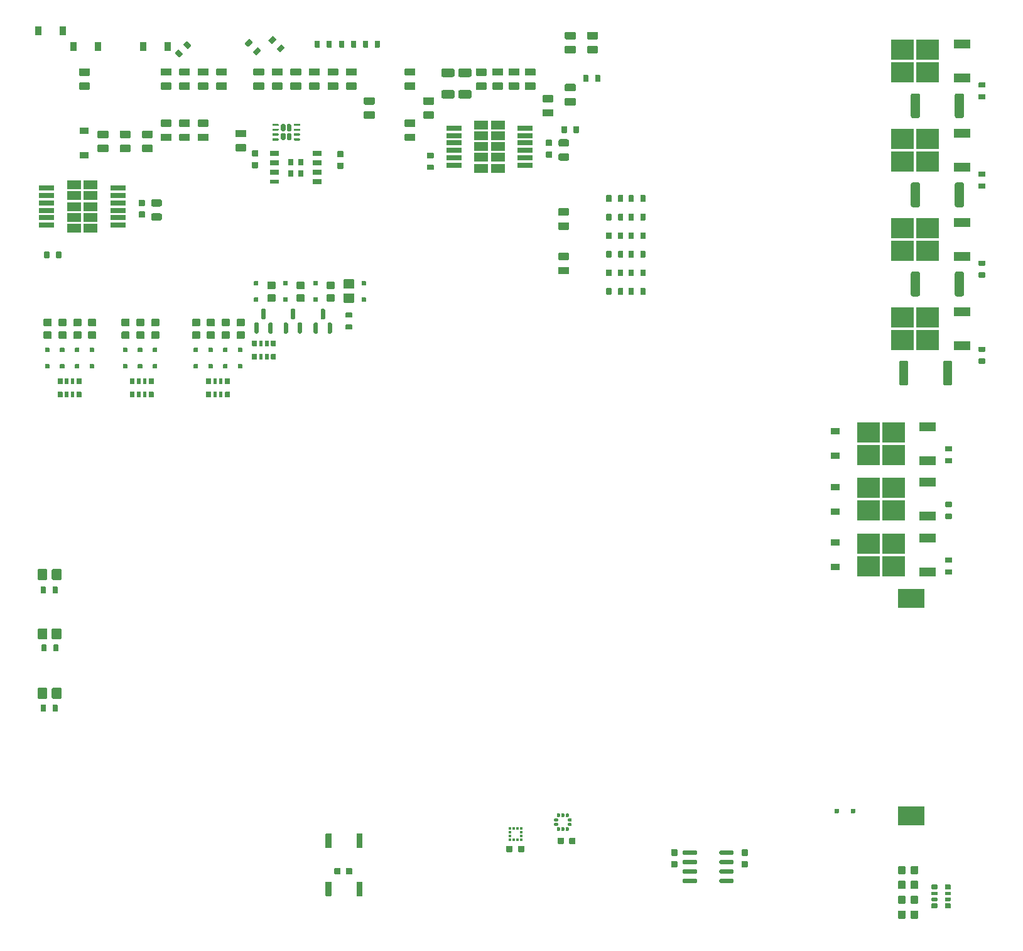
<source format=gtp>
G04 #@! TF.GenerationSoftware,KiCad,Pcbnew,(6.0.0)*
G04 #@! TF.CreationDate,2022-08-31T22:59:22+03:00*
G04 #@! TF.ProjectId,hellen154hyundai,68656c6c-656e-4313-9534-6879756e6461,b*
G04 #@! TF.SameCoordinates,PX5f5e100PYc845880*
G04 #@! TF.FileFunction,Paste,Top*
G04 #@! TF.FilePolarity,Positive*
%FSLAX46Y46*%
G04 Gerber Fmt 4.6, Leading zero omitted, Abs format (unit mm)*
G04 Created by KiCad (PCBNEW (6.0.0)) date 2022-08-31 22:59:22*
%MOMM*%
%LPD*%
G01*
G04 APERTURE LIST*
%ADD10R,3.050000X2.750000*%
%ADD11R,2.200000X1.200000*%
%ADD12R,0.900000X1.200000*%
%ADD13R,1.310000X0.650000*%
%ADD14R,1.310000X0.600000*%
%ADD15R,0.795000X0.900000*%
%ADD16R,1.200000X0.900000*%
%ADD17O,0.000001X0.000001*%
%ADD18R,0.350000X0.375000*%
%ADD19R,0.375000X0.350000*%
%ADD20R,1.950000X1.160000*%
%ADD21R,2.000000X0.650000*%
%ADD22R,3.600000X2.600000*%
G04 APERTURE END LIST*
G04 #@! TO.C,R70*
G36*
G01*
X67350000Y125910000D02*
X67350000Y126690000D01*
G75*
G02*
X67420000Y126760000I70000J0D01*
G01*
X67980000Y126760000D01*
G75*
G02*
X68050000Y126690000I0J-70000D01*
G01*
X68050000Y125910000D01*
G75*
G02*
X67980000Y125840000I-70000J0D01*
G01*
X67420000Y125840000D01*
G75*
G02*
X67350000Y125910000I0J70000D01*
G01*
G37*
G36*
G01*
X68950000Y125910000D02*
X68950000Y126690000D01*
G75*
G02*
X69020000Y126760000I70000J0D01*
G01*
X69580000Y126760000D01*
G75*
G02*
X69650000Y126690000I0J-70000D01*
G01*
X69650000Y125910000D01*
G75*
G02*
X69580000Y125840000I-70000J0D01*
G01*
X69020000Y125840000D01*
G75*
G02*
X68950000Y125910000I0J70000D01*
G01*
G37*
G04 #@! TD*
G04 #@! TO.C,R31*
G36*
G01*
X102550000Y122090000D02*
X102550000Y121310000D01*
G75*
G02*
X102480000Y121240000I-70000J0D01*
G01*
X101920000Y121240000D01*
G75*
G02*
X101850000Y121310000I0J70000D01*
G01*
X101850000Y122090000D01*
G75*
G02*
X101920000Y122160000I70000J0D01*
G01*
X102480000Y122160000D01*
G75*
G02*
X102550000Y122090000I0J-70000D01*
G01*
G37*
G36*
G01*
X100950000Y122090000D02*
X100950000Y121310000D01*
G75*
G02*
X100880000Y121240000I-70000J0D01*
G01*
X100320000Y121240000D01*
G75*
G02*
X100250000Y121310000I0J70000D01*
G01*
X100250000Y122090000D01*
G75*
G02*
X100320000Y122160000I70000J0D01*
G01*
X100880000Y122160000D01*
G75*
G02*
X100950000Y122090000I0J-70000D01*
G01*
G37*
G04 #@! TD*
G04 #@! TO.C,R66*
G36*
G01*
X151575000Y95425000D02*
X151575000Y92575000D01*
G75*
G02*
X151325000Y92325000I-250000J0D01*
G01*
X150600000Y92325000D01*
G75*
G02*
X150350000Y92575000I0J250000D01*
G01*
X150350000Y95425000D01*
G75*
G02*
X150600000Y95675000I250000J0D01*
G01*
X151325000Y95675000D01*
G75*
G02*
X151575000Y95425000I0J-250000D01*
G01*
G37*
G36*
G01*
X145650000Y95425000D02*
X145650000Y92575000D01*
G75*
G02*
X145400000Y92325000I-250000J0D01*
G01*
X144675000Y92325000D01*
G75*
G02*
X144425000Y92575000I0J250000D01*
G01*
X144425000Y95425000D01*
G75*
G02*
X144675000Y95675000I250000J0D01*
G01*
X145400000Y95675000D01*
G75*
G02*
X145650000Y95425000I0J-250000D01*
G01*
G37*
G04 #@! TD*
G04 #@! TO.C,F1*
G36*
G01*
X83400000Y122105010D02*
X83400000Y122795010D01*
G75*
G02*
X83630000Y123025010I230000J0D01*
G01*
X84970000Y123025010D01*
G75*
G02*
X85200000Y122795010I0J-230000D01*
G01*
X85200000Y122105010D01*
G75*
G02*
X84970000Y121875010I-230000J0D01*
G01*
X83630000Y121875010D01*
G75*
G02*
X83400000Y122105010I0J230000D01*
G01*
G37*
G36*
G01*
X83400000Y119204990D02*
X83400000Y119894990D01*
G75*
G02*
X83630000Y120124990I230000J0D01*
G01*
X84970000Y120124990D01*
G75*
G02*
X85200000Y119894990I0J-230000D01*
G01*
X85200000Y119204990D01*
G75*
G02*
X84970000Y118974990I-230000J0D01*
G01*
X83630000Y118974990D01*
G75*
G02*
X83400000Y119204990I0J230000D01*
G01*
G37*
G04 #@! TD*
D10*
G04 #@! TO.C,Q1*
X143325000Y89525000D03*
X143325000Y86475000D03*
X146675000Y86475000D03*
X146675000Y89525000D03*
D11*
X151300000Y85720000D03*
X151300000Y90280000D03*
G04 #@! TD*
G04 #@! TO.C,R14*
G36*
G01*
X106344715Y100110000D02*
X106344715Y100890000D01*
G75*
G02*
X106414715Y100960000I70000J0D01*
G01*
X106974715Y100960000D01*
G75*
G02*
X107044715Y100890000I0J-70000D01*
G01*
X107044715Y100110000D01*
G75*
G02*
X106974715Y100040000I-70000J0D01*
G01*
X106414715Y100040000D01*
G75*
G02*
X106344715Y100110000I0J70000D01*
G01*
G37*
G36*
G01*
X107944715Y100110000D02*
X107944715Y100890000D01*
G75*
G02*
X108014715Y100960000I70000J0D01*
G01*
X108574715Y100960000D01*
G75*
G02*
X108644715Y100890000I0J-70000D01*
G01*
X108644715Y100110000D01*
G75*
G02*
X108574715Y100040000I-70000J0D01*
G01*
X108014715Y100040000D01*
G75*
G02*
X107944715Y100110000I0J70000D01*
G01*
G37*
G04 #@! TD*
G04 #@! TO.C,D13*
G36*
G01*
X29700000Y82660000D02*
X29700000Y83140000D01*
G75*
G02*
X29760000Y83200000I60000J0D01*
G01*
X30240000Y83200000D01*
G75*
G02*
X30300000Y83140000I0J-60000D01*
G01*
X30300000Y82660000D01*
G75*
G02*
X30240000Y82600000I-60000J0D01*
G01*
X29760000Y82600000D01*
G75*
G02*
X29700000Y82660000I0J60000D01*
G01*
G37*
G36*
G01*
X29700000Y84860000D02*
X29700000Y85340000D01*
G75*
G02*
X29760000Y85400000I60000J0D01*
G01*
X30240000Y85400000D01*
G75*
G02*
X30300000Y85340000I0J-60000D01*
G01*
X30300000Y84860000D01*
G75*
G02*
X30240000Y84800000I-60000J0D01*
G01*
X29760000Y84800000D01*
G75*
G02*
X29700000Y84860000I0J60000D01*
G01*
G37*
G04 #@! TD*
G04 #@! TO.C,R17*
G36*
G01*
X42125000Y111749999D02*
X40875000Y111749999D01*
G75*
G02*
X40775000Y111849999I0J100000D01*
G01*
X40775000Y112649999D01*
G75*
G02*
X40875000Y112749999I100000J0D01*
G01*
X42125000Y112749999D01*
G75*
G02*
X42225000Y112649999I0J-100000D01*
G01*
X42225000Y111849999D01*
G75*
G02*
X42125000Y111749999I-100000J0D01*
G01*
G37*
G36*
G01*
X42125000Y113650021D02*
X40875000Y113650021D01*
G75*
G02*
X40775000Y113750021I0J100000D01*
G01*
X40775000Y114550021D01*
G75*
G02*
X40875000Y114650021I100000J0D01*
G01*
X42125000Y114650021D01*
G75*
G02*
X42225000Y114550021I0J-100000D01*
G01*
X42225000Y113750021D01*
G75*
G02*
X42125000Y113650021I-100000J0D01*
G01*
G37*
G04 #@! TD*
G04 #@! TO.C,C5*
G36*
G01*
X122349999Y15394998D02*
X121669999Y15394998D01*
G75*
G02*
X121584999Y15479998I0J85000D01*
G01*
X121584999Y16159998D01*
G75*
G02*
X121669999Y16244998I85000J0D01*
G01*
X122349999Y16244998D01*
G75*
G02*
X122434999Y16159998I0J-85000D01*
G01*
X122434999Y15479998D01*
G75*
G02*
X122349999Y15394998I-85000J0D01*
G01*
G37*
G36*
G01*
X122349999Y16975000D02*
X121669999Y16975000D01*
G75*
G02*
X121584999Y17060000I0J85000D01*
G01*
X121584999Y17740000D01*
G75*
G02*
X121669999Y17825000I85000J0D01*
G01*
X122349999Y17825000D01*
G75*
G02*
X122434999Y17740000I0J-85000D01*
G01*
X122434999Y17060000D01*
G75*
G02*
X122349999Y16975000I-85000J0D01*
G01*
G37*
G04 #@! TD*
G04 #@! TO.C,R5*
G36*
G01*
X29402861Y53157216D02*
X29402861Y52377216D01*
G75*
G02*
X29332861Y52307216I-70000J0D01*
G01*
X28772861Y52307216D01*
G75*
G02*
X28702861Y52377216I0J70000D01*
G01*
X28702861Y53157216D01*
G75*
G02*
X28772861Y53227216I70000J0D01*
G01*
X29332861Y53227216D01*
G75*
G02*
X29402861Y53157216I0J-70000D01*
G01*
G37*
G36*
G01*
X27802861Y53157216D02*
X27802861Y52377216D01*
G75*
G02*
X27732861Y52307216I-70000J0D01*
G01*
X27172861Y52307216D01*
G75*
G02*
X27102861Y52377216I0J70000D01*
G01*
X27102861Y53157216D01*
G75*
G02*
X27172861Y53227216I70000J0D01*
G01*
X27732861Y53227216D01*
G75*
G02*
X27802861Y53157216I0J-70000D01*
G01*
G37*
G04 #@! TD*
G04 #@! TO.C,R30*
G36*
G01*
X36125000Y111749999D02*
X34875000Y111749999D01*
G75*
G02*
X34775000Y111849999I0J100000D01*
G01*
X34775000Y112649999D01*
G75*
G02*
X34875000Y112749999I100000J0D01*
G01*
X36125000Y112749999D01*
G75*
G02*
X36225000Y112649999I0J-100000D01*
G01*
X36225000Y111849999D01*
G75*
G02*
X36125000Y111749999I-100000J0D01*
G01*
G37*
G36*
G01*
X36125000Y113650021D02*
X34875000Y113650021D01*
G75*
G02*
X34775000Y113750021I0J100000D01*
G01*
X34775000Y114550021D01*
G75*
G02*
X34875000Y114650021I100000J0D01*
G01*
X36125000Y114650021D01*
G75*
G02*
X36225000Y114550021I0J-100000D01*
G01*
X36225000Y113750021D01*
G75*
G02*
X36125000Y113650021I-100000J0D01*
G01*
G37*
G04 #@! TD*
G04 #@! TO.C,R26*
G36*
G01*
X103344715Y92610000D02*
X103344715Y93390000D01*
G75*
G02*
X103414715Y93460000I70000J0D01*
G01*
X103974715Y93460000D01*
G75*
G02*
X104044715Y93390000I0J-70000D01*
G01*
X104044715Y92610000D01*
G75*
G02*
X103974715Y92540000I-70000J0D01*
G01*
X103414715Y92540000D01*
G75*
G02*
X103344715Y92610000I0J70000D01*
G01*
G37*
G36*
G01*
X104944715Y92610000D02*
X104944715Y93390000D01*
G75*
G02*
X105014715Y93460000I70000J0D01*
G01*
X105574715Y93460000D01*
G75*
G02*
X105644715Y93390000I0J-70000D01*
G01*
X105644715Y92610000D01*
G75*
G02*
X105574715Y92540000I-70000J0D01*
G01*
X105014715Y92540000D01*
G75*
G02*
X104944715Y92610000I0J70000D01*
G01*
G37*
G04 #@! TD*
G04 #@! TO.C,R42*
G36*
G01*
X96975000Y104200000D02*
X98225000Y104200000D01*
G75*
G02*
X98325000Y104100000I0J-100000D01*
G01*
X98325000Y103300000D01*
G75*
G02*
X98225000Y103200000I-100000J0D01*
G01*
X96975000Y103200000D01*
G75*
G02*
X96875000Y103300000I0J100000D01*
G01*
X96875000Y104100000D01*
G75*
G02*
X96975000Y104200000I100000J0D01*
G01*
G37*
G36*
G01*
X96975000Y102299978D02*
X98225000Y102299978D01*
G75*
G02*
X98325000Y102199978I0J-100000D01*
G01*
X98325000Y101399978D01*
G75*
G02*
X98225000Y101299978I-100000J0D01*
G01*
X96975000Y101299978D01*
G75*
G02*
X96875000Y101399978I0J100000D01*
G01*
X96875000Y102199978D01*
G75*
G02*
X96975000Y102299978I100000J0D01*
G01*
G37*
G04 #@! TD*
G04 #@! TO.C,U3*
G36*
G01*
X113650000Y17255000D02*
X113650000Y17555000D01*
G75*
G02*
X113800000Y17705000I150000J0D01*
G01*
X115450000Y17705000D01*
G75*
G02*
X115600000Y17555000I0J-150000D01*
G01*
X115600000Y17255000D01*
G75*
G02*
X115450000Y17105000I-150000J0D01*
G01*
X113800000Y17105000D01*
G75*
G02*
X113650000Y17255000I0J150000D01*
G01*
G37*
G36*
G01*
X113650000Y15985000D02*
X113650000Y16285000D01*
G75*
G02*
X113800000Y16435000I150000J0D01*
G01*
X115450000Y16435000D01*
G75*
G02*
X115600000Y16285000I0J-150000D01*
G01*
X115600000Y15985000D01*
G75*
G02*
X115450000Y15835000I-150000J0D01*
G01*
X113800000Y15835000D01*
G75*
G02*
X113650000Y15985000I0J150000D01*
G01*
G37*
G36*
G01*
X113650000Y14715000D02*
X113650000Y15015000D01*
G75*
G02*
X113800000Y15165000I150000J0D01*
G01*
X115450000Y15165000D01*
G75*
G02*
X115600000Y15015000I0J-150000D01*
G01*
X115600000Y14715000D01*
G75*
G02*
X115450000Y14565000I-150000J0D01*
G01*
X113800000Y14565000D01*
G75*
G02*
X113650000Y14715000I0J150000D01*
G01*
G37*
G36*
G01*
X113650000Y13445000D02*
X113650000Y13745000D01*
G75*
G02*
X113800000Y13895000I150000J0D01*
G01*
X115450000Y13895000D01*
G75*
G02*
X115600000Y13745000I0J-150000D01*
G01*
X115600000Y13445000D01*
G75*
G02*
X115450000Y13295000I-150000J0D01*
G01*
X113800000Y13295000D01*
G75*
G02*
X113650000Y13445000I0J150000D01*
G01*
G37*
G36*
G01*
X118600000Y13445000D02*
X118600000Y13745000D01*
G75*
G02*
X118750000Y13895000I150000J0D01*
G01*
X120400000Y13895000D01*
G75*
G02*
X120550000Y13745000I0J-150000D01*
G01*
X120550000Y13445000D01*
G75*
G02*
X120400000Y13295000I-150000J0D01*
G01*
X118750000Y13295000D01*
G75*
G02*
X118600000Y13445000I0J150000D01*
G01*
G37*
G36*
G01*
X118600000Y14715000D02*
X118600000Y15015000D01*
G75*
G02*
X118750000Y15165000I150000J0D01*
G01*
X120400000Y15165000D01*
G75*
G02*
X120550000Y15015000I0J-150000D01*
G01*
X120550000Y14715000D01*
G75*
G02*
X120400000Y14565000I-150000J0D01*
G01*
X118750000Y14565000D01*
G75*
G02*
X118600000Y14715000I0J150000D01*
G01*
G37*
G36*
G01*
X118600000Y15985000D02*
X118600000Y16285000D01*
G75*
G02*
X118750000Y16435000I150000J0D01*
G01*
X120400000Y16435000D01*
G75*
G02*
X120550000Y16285000I0J-150000D01*
G01*
X120550000Y15985000D01*
G75*
G02*
X120400000Y15835000I-150000J0D01*
G01*
X118750000Y15835000D01*
G75*
G02*
X118600000Y15985000I0J150000D01*
G01*
G37*
G36*
G01*
X118600000Y17255000D02*
X118600000Y17555000D01*
G75*
G02*
X118750000Y17705000I150000J0D01*
G01*
X120400000Y17705000D01*
G75*
G02*
X120550000Y17555000I0J-150000D01*
G01*
X120550000Y17255000D01*
G75*
G02*
X120400000Y17105000I-150000J0D01*
G01*
X118750000Y17105000D01*
G75*
G02*
X118600000Y17255000I0J150000D01*
G01*
G37*
G04 #@! TD*
G04 #@! TO.C,R67*
G36*
G01*
X151575000Y107425000D02*
X151575000Y104575000D01*
G75*
G02*
X151325000Y104325000I-250000J0D01*
G01*
X150600000Y104325000D01*
G75*
G02*
X150350000Y104575000I0J250000D01*
G01*
X150350000Y107425000D01*
G75*
G02*
X150600000Y107675000I250000J0D01*
G01*
X151325000Y107675000D01*
G75*
G02*
X151575000Y107425000I0J-250000D01*
G01*
G37*
G36*
G01*
X145650000Y107425000D02*
X145650000Y104575000D01*
G75*
G02*
X145400000Y104325000I-250000J0D01*
G01*
X144675000Y104325000D01*
G75*
G02*
X144425000Y104575000I0J250000D01*
G01*
X144425000Y107425000D01*
G75*
G02*
X144675000Y107675000I250000J0D01*
G01*
X145400000Y107675000D01*
G75*
G02*
X145650000Y107425000I0J-250000D01*
G01*
G37*
G04 #@! TD*
G04 #@! TO.C,D16*
G36*
G01*
X47600002Y89299999D02*
X48500002Y89299999D01*
G75*
G02*
X48600002Y89199999I0J-100000D01*
G01*
X48600002Y88399999D01*
G75*
G02*
X48500002Y88299999I-100000J0D01*
G01*
X47600002Y88299999D01*
G75*
G02*
X47500002Y88399999I0J100000D01*
G01*
X47500002Y89199999D01*
G75*
G02*
X47600002Y89299999I100000J0D01*
G01*
G37*
G36*
G01*
X47600002Y87599999D02*
X48500002Y87599999D01*
G75*
G02*
X48600002Y87499999I0J-100000D01*
G01*
X48600002Y86699999D01*
G75*
G02*
X48500002Y86599999I-100000J0D01*
G01*
X47600002Y86599999D01*
G75*
G02*
X47500002Y86699999I0J100000D01*
G01*
X47500002Y87499999D01*
G75*
G02*
X47600002Y87599999I100000J0D01*
G01*
G37*
G04 #@! TD*
G04 #@! TO.C,R52*
G36*
G01*
X47125000Y120149999D02*
X45875000Y120149999D01*
G75*
G02*
X45775000Y120249999I0J100000D01*
G01*
X45775000Y121049999D01*
G75*
G02*
X45875000Y121149999I100000J0D01*
G01*
X47125000Y121149999D01*
G75*
G02*
X47225000Y121049999I0J-100000D01*
G01*
X47225000Y120249999D01*
G75*
G02*
X47125000Y120149999I-100000J0D01*
G01*
G37*
G36*
G01*
X47125000Y122050021D02*
X45875000Y122050021D01*
G75*
G02*
X45775000Y122150021I0J100000D01*
G01*
X45775000Y122950021D01*
G75*
G02*
X45875000Y123050021I100000J0D01*
G01*
X47125000Y123050021D01*
G75*
G02*
X47225000Y122950021I0J-100000D01*
G01*
X47225000Y122150021D01*
G75*
G02*
X47125000Y122050021I-100000J0D01*
G01*
G37*
G04 #@! TD*
G04 #@! TO.C,D27*
G36*
G01*
X65750004Y94299999D02*
X66650004Y94299999D01*
G75*
G02*
X66750004Y94199999I0J-100000D01*
G01*
X66750004Y93399999D01*
G75*
G02*
X66650004Y93299999I-100000J0D01*
G01*
X65750004Y93299999D01*
G75*
G02*
X65650004Y93399999I0J100000D01*
G01*
X65650004Y94199999D01*
G75*
G02*
X65750004Y94299999I100000J0D01*
G01*
G37*
G36*
G01*
X65750004Y92599999D02*
X66650004Y92599999D01*
G75*
G02*
X66750004Y92499999I0J-100000D01*
G01*
X66750004Y91699999D01*
G75*
G02*
X66650004Y91599999I-100000J0D01*
G01*
X65750004Y91599999D01*
G75*
G02*
X65650004Y91699999I0J100000D01*
G01*
X65650004Y92499999D01*
G75*
G02*
X65750004Y92599999I100000J0D01*
G01*
G37*
G04 #@! TD*
G04 #@! TO.C,R25*
G36*
G01*
X103344715Y95110000D02*
X103344715Y95890000D01*
G75*
G02*
X103414715Y95960000I70000J0D01*
G01*
X103974715Y95960000D01*
G75*
G02*
X104044715Y95890000I0J-70000D01*
G01*
X104044715Y95110000D01*
G75*
G02*
X103974715Y95040000I-70000J0D01*
G01*
X103414715Y95040000D01*
G75*
G02*
X103344715Y95110000I0J70000D01*
G01*
G37*
G36*
G01*
X104944715Y95110000D02*
X104944715Y95890000D01*
G75*
G02*
X105014715Y95960000I70000J0D01*
G01*
X105574715Y95960000D01*
G75*
G02*
X105644715Y95890000I0J-70000D01*
G01*
X105644715Y95110000D01*
G75*
G02*
X105574715Y95040000I-70000J0D01*
G01*
X105014715Y95040000D01*
G75*
G02*
X104944715Y95110000I0J70000D01*
G01*
G37*
G04 #@! TD*
G04 #@! TO.C,R62*
G36*
G01*
X153610000Y97150000D02*
X154390000Y97150000D01*
G75*
G02*
X154460000Y97080000I0J-70000D01*
G01*
X154460000Y96520000D01*
G75*
G02*
X154390000Y96450000I-70000J0D01*
G01*
X153610000Y96450000D01*
G75*
G02*
X153540000Y96520000I0J70000D01*
G01*
X153540000Y97080000D01*
G75*
G02*
X153610000Y97150000I70000J0D01*
G01*
G37*
G36*
G01*
X153610000Y95550000D02*
X154390000Y95550000D01*
G75*
G02*
X154460000Y95480000I0J-70000D01*
G01*
X154460000Y94920000D01*
G75*
G02*
X154390000Y94850000I-70000J0D01*
G01*
X153610000Y94850000D01*
G75*
G02*
X153540000Y94920000I0J70000D01*
G01*
X153540000Y95480000D01*
G75*
G02*
X153610000Y95550000I70000J0D01*
G01*
G37*
G04 #@! TD*
G04 #@! TO.C,C2*
G36*
G01*
X67840000Y109484999D02*
X67160000Y109484999D01*
G75*
G02*
X67075000Y109569999I0J85000D01*
G01*
X67075000Y110249999D01*
G75*
G02*
X67160000Y110334999I85000J0D01*
G01*
X67840000Y110334999D01*
G75*
G02*
X67925000Y110249999I0J-85000D01*
G01*
X67925000Y109569999D01*
G75*
G02*
X67840000Y109484999I-85000J0D01*
G01*
G37*
G36*
G01*
X67840000Y111065001D02*
X67160000Y111065001D01*
G75*
G02*
X67075000Y111150001I0J85000D01*
G01*
X67075000Y111830001D01*
G75*
G02*
X67160000Y111915001I85000J0D01*
G01*
X67840000Y111915001D01*
G75*
G02*
X67925000Y111830001I0J-85000D01*
G01*
X67925000Y111150001D01*
G75*
G02*
X67840000Y111065001I-85000J0D01*
G01*
G37*
G04 #@! TD*
G04 #@! TO.C,D26*
G36*
G01*
X57750004Y94299999D02*
X58650004Y94299999D01*
G75*
G02*
X58750004Y94199999I0J-100000D01*
G01*
X58750004Y93399999D01*
G75*
G02*
X58650004Y93299999I-100000J0D01*
G01*
X57750004Y93299999D01*
G75*
G02*
X57650004Y93399999I0J100000D01*
G01*
X57650004Y94199999D01*
G75*
G02*
X57750004Y94299999I100000J0D01*
G01*
G37*
G36*
G01*
X57750004Y92599999D02*
X58650004Y92599999D01*
G75*
G02*
X58750004Y92499999I0J-100000D01*
G01*
X58750004Y91699999D01*
G75*
G02*
X58650004Y91599999I-100000J0D01*
G01*
X57750004Y91599999D01*
G75*
G02*
X57650004Y91699999I0J100000D01*
G01*
X57650004Y92499999D01*
G75*
G02*
X57750004Y92599999I100000J0D01*
G01*
G37*
G04 #@! TD*
G04 #@! TO.C,R76*
G36*
G01*
X39125000Y78765000D02*
X39125000Y79435000D01*
G75*
G02*
X39190000Y79500000I65000J0D01*
G01*
X39710000Y79500000D01*
G75*
G02*
X39775000Y79435000I0J-65000D01*
G01*
X39775000Y78765000D01*
G75*
G02*
X39710000Y78700000I-65000J0D01*
G01*
X39190000Y78700000D01*
G75*
G02*
X39125000Y78765000I0J65000D01*
G01*
G37*
G36*
G01*
X40100000Y78745000D02*
X40100000Y79455000D01*
G75*
G02*
X40145000Y79500000I45000J0D01*
G01*
X40505000Y79500000D01*
G75*
G02*
X40550000Y79455000I0J-45000D01*
G01*
X40550000Y78745000D01*
G75*
G02*
X40505000Y78700000I-45000J0D01*
G01*
X40145000Y78700000D01*
G75*
G02*
X40100000Y78745000I0J45000D01*
G01*
G37*
G36*
G01*
X40900000Y78745000D02*
X40900000Y79455000D01*
G75*
G02*
X40945000Y79500000I45000J0D01*
G01*
X41305000Y79500000D01*
G75*
G02*
X41350000Y79455000I0J-45000D01*
G01*
X41350000Y78745000D01*
G75*
G02*
X41305000Y78700000I-45000J0D01*
G01*
X40945000Y78700000D01*
G75*
G02*
X40900000Y78745000I0J45000D01*
G01*
G37*
G36*
G01*
X41675000Y78765000D02*
X41675000Y79435000D01*
G75*
G02*
X41740000Y79500000I65000J0D01*
G01*
X42260000Y79500000D01*
G75*
G02*
X42325000Y79435000I0J-65000D01*
G01*
X42325000Y78765000D01*
G75*
G02*
X42260000Y78700000I-65000J0D01*
G01*
X41740000Y78700000D01*
G75*
G02*
X41675000Y78765000I0J65000D01*
G01*
G37*
G36*
G01*
X41675000Y80565000D02*
X41675000Y81235000D01*
G75*
G02*
X41740000Y81300000I65000J0D01*
G01*
X42260000Y81300000D01*
G75*
G02*
X42325000Y81235000I0J-65000D01*
G01*
X42325000Y80565000D01*
G75*
G02*
X42260000Y80500000I-65000J0D01*
G01*
X41740000Y80500000D01*
G75*
G02*
X41675000Y80565000I0J65000D01*
G01*
G37*
G36*
G01*
X40900000Y80545000D02*
X40900000Y81255000D01*
G75*
G02*
X40945000Y81300000I45000J0D01*
G01*
X41305000Y81300000D01*
G75*
G02*
X41350000Y81255000I0J-45000D01*
G01*
X41350000Y80545000D01*
G75*
G02*
X41305000Y80500000I-45000J0D01*
G01*
X40945000Y80500000D01*
G75*
G02*
X40900000Y80545000I0J45000D01*
G01*
G37*
G36*
G01*
X40100000Y80545000D02*
X40100000Y81255000D01*
G75*
G02*
X40145000Y81300000I45000J0D01*
G01*
X40505000Y81300000D01*
G75*
G02*
X40550000Y81255000I0J-45000D01*
G01*
X40550000Y80545000D01*
G75*
G02*
X40505000Y80500000I-45000J0D01*
G01*
X40145000Y80500000D01*
G75*
G02*
X40100000Y80545000I0J45000D01*
G01*
G37*
G36*
G01*
X39125000Y80565000D02*
X39125000Y81235000D01*
G75*
G02*
X39190000Y81300000I65000J0D01*
G01*
X39710000Y81300000D01*
G75*
G02*
X39775000Y81235000I0J-65000D01*
G01*
X39775000Y80565000D01*
G75*
G02*
X39710000Y80500000I-65000J0D01*
G01*
X39190000Y80500000D01*
G75*
G02*
X39125000Y80565000I0J65000D01*
G01*
G37*
G04 #@! TD*
D12*
G04 #@! TO.C,D4*
X44250000Y126000000D03*
X40950000Y126000000D03*
G04 #@! TD*
G04 #@! TO.C,R28*
G36*
G01*
X54725000Y111849999D02*
X53475000Y111849999D01*
G75*
G02*
X53375000Y111949999I0J100000D01*
G01*
X53375000Y112749999D01*
G75*
G02*
X53475000Y112849999I100000J0D01*
G01*
X54725000Y112849999D01*
G75*
G02*
X54825000Y112749999I0J-100000D01*
G01*
X54825000Y111949999D01*
G75*
G02*
X54725000Y111849999I-100000J0D01*
G01*
G37*
G36*
G01*
X54725000Y113750021D02*
X53475000Y113750021D01*
G75*
G02*
X53375000Y113850021I0J100000D01*
G01*
X53375000Y114650021D01*
G75*
G02*
X53475000Y114750021I100000J0D01*
G01*
X54725000Y114750021D01*
G75*
G02*
X54825000Y114650021I0J-100000D01*
G01*
X54825000Y113850021D01*
G75*
G02*
X54725000Y113750021I-100000J0D01*
G01*
G37*
G04 #@! TD*
G04 #@! TO.C,D44*
G36*
G01*
X64450002Y94340000D02*
X64450002Y93860000D01*
G75*
G02*
X64390002Y93800000I-60000J0D01*
G01*
X63910002Y93800000D01*
G75*
G02*
X63850002Y93860000I0J60000D01*
G01*
X63850002Y94340000D01*
G75*
G02*
X63910002Y94400000I60000J0D01*
G01*
X64390002Y94400000D01*
G75*
G02*
X64450002Y94340000I0J-60000D01*
G01*
G37*
G36*
G01*
X64450002Y92140000D02*
X64450002Y91660000D01*
G75*
G02*
X64390002Y91600000I-60000J0D01*
G01*
X63910002Y91600000D01*
G75*
G02*
X63850002Y91660000I0J60000D01*
G01*
X63850002Y92140000D01*
G75*
G02*
X63910002Y92200000I60000J0D01*
G01*
X64390002Y92200000D01*
G75*
G02*
X64450002Y92140000I0J-60000D01*
G01*
G37*
G04 #@! TD*
G04 #@! TO.C,R18*
G36*
G01*
X106344715Y95110000D02*
X106344715Y95890000D01*
G75*
G02*
X106414715Y95960000I70000J0D01*
G01*
X106974715Y95960000D01*
G75*
G02*
X107044715Y95890000I0J-70000D01*
G01*
X107044715Y95110000D01*
G75*
G02*
X106974715Y95040000I-70000J0D01*
G01*
X106414715Y95040000D01*
G75*
G02*
X106344715Y95110000I0J70000D01*
G01*
G37*
G36*
G01*
X107944715Y95110000D02*
X107944715Y95890000D01*
G75*
G02*
X108014715Y95960000I70000J0D01*
G01*
X108574715Y95960000D01*
G75*
G02*
X108644715Y95890000I0J-70000D01*
G01*
X108644715Y95110000D01*
G75*
G02*
X108574715Y95040000I-70000J0D01*
G01*
X108014715Y95040000D01*
G75*
G02*
X107944715Y95110000I0J70000D01*
G01*
G37*
G04 #@! TD*
G04 #@! TO.C,R68*
G36*
G01*
X151575000Y119425000D02*
X151575000Y116575000D01*
G75*
G02*
X151325000Y116325000I-250000J0D01*
G01*
X150600000Y116325000D01*
G75*
G02*
X150350000Y116575000I0J250000D01*
G01*
X150350000Y119425000D01*
G75*
G02*
X150600000Y119675000I250000J0D01*
G01*
X151325000Y119675000D01*
G75*
G02*
X151575000Y119425000I0J-250000D01*
G01*
G37*
G36*
G01*
X145650000Y119425000D02*
X145650000Y116575000D01*
G75*
G02*
X145400000Y116325000I-250000J0D01*
G01*
X144675000Y116325000D01*
G75*
G02*
X144425000Y116575000I0J250000D01*
G01*
X144425000Y119425000D01*
G75*
G02*
X144675000Y119675000I250000J0D01*
G01*
X145400000Y119675000D01*
G75*
G02*
X145650000Y119425000I0J-250000D01*
G01*
G37*
G04 #@! TD*
G04 #@! TO.C,D6*
G36*
G01*
X27600002Y89299999D02*
X28500002Y89299999D01*
G75*
G02*
X28600002Y89199999I0J-100000D01*
G01*
X28600002Y88399999D01*
G75*
G02*
X28500002Y88299999I-100000J0D01*
G01*
X27600002Y88299999D01*
G75*
G02*
X27500002Y88399999I0J100000D01*
G01*
X27500002Y89199999D01*
G75*
G02*
X27600002Y89299999I100000J0D01*
G01*
G37*
G36*
G01*
X27600002Y87599999D02*
X28500002Y87599999D01*
G75*
G02*
X28600002Y87499999I0J-100000D01*
G01*
X28600002Y86699999D01*
G75*
G02*
X28500002Y86599999I-100000J0D01*
G01*
X27600002Y86599999D01*
G75*
G02*
X27500002Y86699999I0J100000D01*
G01*
X27500002Y87499999D01*
G75*
G02*
X27600002Y87599999I100000J0D01*
G01*
G37*
G04 #@! TD*
D13*
G04 #@! TO.C,U2*
X58655000Y111555000D03*
X58655000Y110285000D03*
X58655000Y109015000D03*
D14*
X58655000Y107745000D03*
D13*
X64345000Y107745000D03*
X64345000Y109015000D03*
X64345000Y110285000D03*
X64345000Y111555000D03*
D15*
X60837500Y108900000D03*
X62162500Y108900000D03*
X62162500Y110400000D03*
X60837500Y110400000D03*
G04 #@! TD*
G04 #@! TO.C,R41*
G36*
G01*
X96975000Y98200000D02*
X98225000Y98200000D01*
G75*
G02*
X98325000Y98100000I0J-100000D01*
G01*
X98325000Y97300000D01*
G75*
G02*
X98225000Y97200000I-100000J0D01*
G01*
X96975000Y97200000D01*
G75*
G02*
X96875000Y97300000I0J100000D01*
G01*
X96875000Y98100000D01*
G75*
G02*
X96975000Y98200000I100000J0D01*
G01*
G37*
G36*
G01*
X96975000Y96299978D02*
X98225000Y96299978D01*
G75*
G02*
X98325000Y96199978I0J-100000D01*
G01*
X98325000Y95399978D01*
G75*
G02*
X98225000Y95299978I-100000J0D01*
G01*
X96975000Y95299978D01*
G75*
G02*
X96875000Y95399978I0J100000D01*
G01*
X96875000Y96199978D01*
G75*
G02*
X96975000Y96299978I100000J0D01*
G01*
G37*
G04 #@! TD*
G04 #@! TO.C,C19*
G36*
G01*
X96784999Y18660000D02*
X96784999Y19340000D01*
G75*
G02*
X96869999Y19425000I85000J0D01*
G01*
X97549999Y19425000D01*
G75*
G02*
X97634999Y19340000I0J-85000D01*
G01*
X97634999Y18660000D01*
G75*
G02*
X97549999Y18575000I-85000J0D01*
G01*
X96869999Y18575000D01*
G75*
G02*
X96784999Y18660000I0J85000D01*
G01*
G37*
G36*
G01*
X98365001Y18660000D02*
X98365001Y19340000D01*
G75*
G02*
X98450001Y19425000I85000J0D01*
G01*
X99130001Y19425000D01*
G75*
G02*
X99215001Y19340000I0J-85000D01*
G01*
X99215001Y18660000D01*
G75*
G02*
X99130001Y18575000I-85000J0D01*
G01*
X98450001Y18575000D01*
G75*
G02*
X98365001Y18660000I0J85000D01*
G01*
G37*
G04 #@! TD*
G04 #@! TO.C,R32*
G36*
G01*
X77525000Y120149999D02*
X76275000Y120149999D01*
G75*
G02*
X76175000Y120249999I0J100000D01*
G01*
X76175000Y121049999D01*
G75*
G02*
X76275000Y121149999I100000J0D01*
G01*
X77525000Y121149999D01*
G75*
G02*
X77625000Y121049999I0J-100000D01*
G01*
X77625000Y120249999D01*
G75*
G02*
X77525000Y120149999I-100000J0D01*
G01*
G37*
G36*
G01*
X77525000Y122050021D02*
X76275000Y122050021D01*
G75*
G02*
X76175000Y122150021I0J100000D01*
G01*
X76175000Y122950021D01*
G75*
G02*
X76275000Y123050021I100000J0D01*
G01*
X77525000Y123050021D01*
G75*
G02*
X77625000Y122950021I0J-100000D01*
G01*
X77625000Y122150021D01*
G75*
G02*
X77525000Y122050021I-100000J0D01*
G01*
G37*
G04 #@! TD*
G04 #@! TO.C,R44*
G36*
G01*
X149110000Y64650000D02*
X149890000Y64650000D01*
G75*
G02*
X149960000Y64580000I0J-70000D01*
G01*
X149960000Y64020000D01*
G75*
G02*
X149890000Y63950000I-70000J0D01*
G01*
X149110000Y63950000D01*
G75*
G02*
X149040000Y64020000I0J70000D01*
G01*
X149040000Y64580000D01*
G75*
G02*
X149110000Y64650000I70000J0D01*
G01*
G37*
G36*
G01*
X149110000Y63050000D02*
X149890000Y63050000D01*
G75*
G02*
X149960000Y62980000I0J-70000D01*
G01*
X149960000Y62420000D01*
G75*
G02*
X149890000Y62350000I-70000J0D01*
G01*
X149110000Y62350000D01*
G75*
G02*
X149040000Y62420000I0J70000D01*
G01*
X149040000Y62980000D01*
G75*
G02*
X149110000Y63050000I70000J0D01*
G01*
G37*
G04 #@! TD*
G04 #@! TO.C,R58*
G36*
G01*
X102125000Y125049999D02*
X100875000Y125049999D01*
G75*
G02*
X100775000Y125149999I0J100000D01*
G01*
X100775000Y125949999D01*
G75*
G02*
X100875000Y126049999I100000J0D01*
G01*
X102125000Y126049999D01*
G75*
G02*
X102225000Y125949999I0J-100000D01*
G01*
X102225000Y125149999D01*
G75*
G02*
X102125000Y125049999I-100000J0D01*
G01*
G37*
G36*
G01*
X102125000Y126950021D02*
X100875000Y126950021D01*
G75*
G02*
X100775000Y127050021I0J100000D01*
G01*
X100775000Y127850021D01*
G75*
G02*
X100875000Y127950021I100000J0D01*
G01*
X102125000Y127950021D01*
G75*
G02*
X102225000Y127850021I0J-100000D01*
G01*
X102225000Y127050021D01*
G75*
G02*
X102125000Y126950021I-100000J0D01*
G01*
G37*
G04 #@! TD*
G04 #@! TO.C,R11*
G36*
G01*
X106344715Y102610000D02*
X106344715Y103390000D01*
G75*
G02*
X106414715Y103460000I70000J0D01*
G01*
X106974715Y103460000D01*
G75*
G02*
X107044715Y103390000I0J-70000D01*
G01*
X107044715Y102610000D01*
G75*
G02*
X106974715Y102540000I-70000J0D01*
G01*
X106414715Y102540000D01*
G75*
G02*
X106344715Y102610000I0J70000D01*
G01*
G37*
G36*
G01*
X107944715Y102610000D02*
X107944715Y103390000D01*
G75*
G02*
X108014715Y103460000I70000J0D01*
G01*
X108574715Y103460000D01*
G75*
G02*
X108644715Y103390000I0J-70000D01*
G01*
X108644715Y102610000D01*
G75*
G02*
X108574715Y102540000I-70000J0D01*
G01*
X108014715Y102540000D01*
G75*
G02*
X107944715Y102610000I0J70000D01*
G01*
G37*
G04 #@! TD*
G04 #@! TO.C,D11*
G36*
G01*
X28002861Y55487216D02*
X28002861Y54247216D01*
G75*
G02*
X27872861Y54117216I-130000J0D01*
G01*
X26832861Y54117216D01*
G75*
G02*
X26702861Y54247216I0J130000D01*
G01*
X26702861Y55487216D01*
G75*
G02*
X26832861Y55617216I130000J0D01*
G01*
X27872861Y55617216D01*
G75*
G02*
X28002861Y55487216I0J-130000D01*
G01*
G37*
G36*
G01*
X29902882Y55487216D02*
X29902882Y54247216D01*
G75*
G02*
X29772882Y54117216I-130000J0D01*
G01*
X28732882Y54117216D01*
G75*
G02*
X28602882Y54247216I0J130000D01*
G01*
X28602882Y55487216D01*
G75*
G02*
X28732882Y55617216I130000J0D01*
G01*
X29772882Y55617216D01*
G75*
G02*
X29902882Y55487216I0J-130000D01*
G01*
G37*
G04 #@! TD*
G04 #@! TO.C,R75*
G36*
G01*
X57811056Y126837400D02*
X58362600Y127388944D01*
G75*
G02*
X58461594Y127388944I49497J-49497D01*
G01*
X58857574Y126992964D01*
G75*
G02*
X58857574Y126893970I-49497J-49497D01*
G01*
X58306030Y126342426D01*
G75*
G02*
X58207036Y126342426I-49497J49497D01*
G01*
X57811056Y126738406D01*
G75*
G02*
X57811056Y126837400I49497J49497D01*
G01*
G37*
G36*
G01*
X58942426Y125706030D02*
X59493970Y126257574D01*
G75*
G02*
X59592964Y126257574I49497J-49497D01*
G01*
X59988944Y125861594D01*
G75*
G02*
X59988944Y125762600I-49497J-49497D01*
G01*
X59437400Y125211056D01*
G75*
G02*
X59338406Y125211056I-49497J49497D01*
G01*
X58942426Y125607036D01*
G75*
G02*
X58942426Y125706030I49497J49497D01*
G01*
G37*
G04 #@! TD*
D16*
G04 #@! TO.C,D45*
X134200000Y63350000D03*
X134200000Y66650000D03*
G04 #@! TD*
G04 #@! TO.C,R10*
G36*
G01*
X106344715Y105110000D02*
X106344715Y105890000D01*
G75*
G02*
X106414715Y105960000I70000J0D01*
G01*
X106974715Y105960000D01*
G75*
G02*
X107044715Y105890000I0J-70000D01*
G01*
X107044715Y105110000D01*
G75*
G02*
X106974715Y105040000I-70000J0D01*
G01*
X106414715Y105040000D01*
G75*
G02*
X106344715Y105110000I0J70000D01*
G01*
G37*
G36*
G01*
X107944715Y105110000D02*
X107944715Y105890000D01*
G75*
G02*
X108014715Y105960000I70000J0D01*
G01*
X108574715Y105960000D01*
G75*
G02*
X108644715Y105890000I0J-70000D01*
G01*
X108644715Y105110000D01*
G75*
G02*
X108574715Y105040000I-70000J0D01*
G01*
X108014715Y105040000D01*
G75*
G02*
X107944715Y105110000I0J70000D01*
G01*
G37*
G04 #@! TD*
G04 #@! TO.C,D5*
G36*
G01*
X70950002Y94340000D02*
X70950002Y93860000D01*
G75*
G02*
X70890002Y93800000I-60000J0D01*
G01*
X70410002Y93800000D01*
G75*
G02*
X70350002Y93860000I0J60000D01*
G01*
X70350002Y94340000D01*
G75*
G02*
X70410002Y94400000I60000J0D01*
G01*
X70890002Y94400000D01*
G75*
G02*
X70950002Y94340000I0J-60000D01*
G01*
G37*
G36*
G01*
X70950002Y92140000D02*
X70950002Y91660000D01*
G75*
G02*
X70890002Y91600000I-60000J0D01*
G01*
X70410002Y91600000D01*
G75*
G02*
X70350002Y91660000I0J60000D01*
G01*
X70350002Y92140000D01*
G75*
G02*
X70410002Y92200000I60000J0D01*
G01*
X70890002Y92200000D01*
G75*
G02*
X70950002Y92140000I0J-60000D01*
G01*
G37*
G04 #@! TD*
G04 #@! TO.C,R39*
G36*
G01*
X49625000Y113249999D02*
X48375000Y113249999D01*
G75*
G02*
X48275000Y113349999I0J100000D01*
G01*
X48275000Y114149999D01*
G75*
G02*
X48375000Y114249999I100000J0D01*
G01*
X49625000Y114249999D01*
G75*
G02*
X49725000Y114149999I0J-100000D01*
G01*
X49725000Y113349999D01*
G75*
G02*
X49625000Y113249999I-100000J0D01*
G01*
G37*
G36*
G01*
X49625000Y115150021D02*
X48375000Y115150021D01*
G75*
G02*
X48275000Y115250021I0J100000D01*
G01*
X48275000Y116050021D01*
G75*
G02*
X48375000Y116150021I100000J0D01*
G01*
X49625000Y116150021D01*
G75*
G02*
X49725000Y116050021I0J-100000D01*
G01*
X49725000Y115250021D01*
G75*
G02*
X49625000Y115150021I-100000J0D01*
G01*
G37*
G04 #@! TD*
G04 #@! TO.C,R4*
G36*
G01*
X87125000Y120144999D02*
X85875000Y120144999D01*
G75*
G02*
X85775000Y120244999I0J100000D01*
G01*
X85775000Y121044999D01*
G75*
G02*
X85875000Y121144999I100000J0D01*
G01*
X87125000Y121144999D01*
G75*
G02*
X87225000Y121044999I0J-100000D01*
G01*
X87225000Y120244999D01*
G75*
G02*
X87125000Y120144999I-100000J0D01*
G01*
G37*
G36*
G01*
X87125000Y122045021D02*
X85875000Y122045021D01*
G75*
G02*
X85775000Y122145021I0J100000D01*
G01*
X85775000Y122945021D01*
G75*
G02*
X85875000Y123045021I100000J0D01*
G01*
X87125000Y123045021D01*
G75*
G02*
X87225000Y122945021I0J-100000D01*
G01*
X87225000Y122145021D01*
G75*
G02*
X87125000Y122045021I-100000J0D01*
G01*
G37*
G04 #@! TD*
G04 #@! TO.C,R12*
G36*
G01*
X39125000Y111749999D02*
X37875000Y111749999D01*
G75*
G02*
X37775000Y111849999I0J100000D01*
G01*
X37775000Y112649999D01*
G75*
G02*
X37875000Y112749999I100000J0D01*
G01*
X39125000Y112749999D01*
G75*
G02*
X39225000Y112649999I0J-100000D01*
G01*
X39225000Y111849999D01*
G75*
G02*
X39125000Y111749999I-100000J0D01*
G01*
G37*
G36*
G01*
X39125000Y113650021D02*
X37875000Y113650021D01*
G75*
G02*
X37775000Y113750021I0J100000D01*
G01*
X37775000Y114550021D01*
G75*
G02*
X37875000Y114650021I100000J0D01*
G01*
X39125000Y114650021D01*
G75*
G02*
X39225000Y114550021I0J-100000D01*
G01*
X39225000Y113750021D01*
G75*
G02*
X39125000Y113650021I-100000J0D01*
G01*
G37*
G04 #@! TD*
G04 #@! TO.C,Q7*
G36*
G01*
X56350002Y87325000D02*
X56050002Y87325000D01*
G75*
G02*
X55900002Y87475000I0J150000D01*
G01*
X55900002Y88650000D01*
G75*
G02*
X56050002Y88800000I150000J0D01*
G01*
X56350002Y88800000D01*
G75*
G02*
X56500002Y88650000I0J-150000D01*
G01*
X56500002Y87475000D01*
G75*
G02*
X56350002Y87325000I-150000J0D01*
G01*
G37*
G36*
G01*
X57300002Y89200000D02*
X57000002Y89200000D01*
G75*
G02*
X56850002Y89350000I0J150000D01*
G01*
X56850002Y90525000D01*
G75*
G02*
X57000002Y90675000I150000J0D01*
G01*
X57300002Y90675000D01*
G75*
G02*
X57450002Y90525000I0J-150000D01*
G01*
X57450002Y89350000D01*
G75*
G02*
X57300002Y89200000I-150000J0D01*
G01*
G37*
G36*
G01*
X58250002Y87325000D02*
X57950002Y87325000D01*
G75*
G02*
X57800002Y87475000I0J150000D01*
G01*
X57800002Y88650000D01*
G75*
G02*
X57950002Y88800000I150000J0D01*
G01*
X58250002Y88800000D01*
G75*
G02*
X58400002Y88650000I0J-150000D01*
G01*
X58400002Y87475000D01*
G75*
G02*
X58250002Y87325000I-150000J0D01*
G01*
G37*
G04 #@! TD*
D10*
G04 #@! TO.C,Q2*
X146675000Y98475000D03*
X143325000Y101525000D03*
X143325000Y98475000D03*
X146675000Y101525000D03*
D11*
X151300000Y97720000D03*
X151300000Y102280000D03*
G04 #@! TD*
G04 #@! TO.C,R19*
G36*
G01*
X106344715Y92610000D02*
X106344715Y93390000D01*
G75*
G02*
X106414715Y93460000I70000J0D01*
G01*
X106974715Y93460000D01*
G75*
G02*
X107044715Y93390000I0J-70000D01*
G01*
X107044715Y92610000D01*
G75*
G02*
X106974715Y92540000I-70000J0D01*
G01*
X106414715Y92540000D01*
G75*
G02*
X106344715Y92610000I0J70000D01*
G01*
G37*
G36*
G01*
X107944715Y92610000D02*
X107944715Y93390000D01*
G75*
G02*
X108014715Y93460000I70000J0D01*
G01*
X108574715Y93460000D01*
G75*
G02*
X108644715Y93390000I0J-70000D01*
G01*
X108644715Y92610000D01*
G75*
G02*
X108574715Y92540000I-70000J0D01*
G01*
X108014715Y92540000D01*
G75*
G02*
X107944715Y92610000I0J70000D01*
G01*
G37*
G04 #@! TD*
G04 #@! TO.C,D10*
G36*
G01*
X69270002Y93350000D02*
X68030002Y93350000D01*
G75*
G02*
X67900002Y93480000I0J130000D01*
G01*
X67900002Y94520000D01*
G75*
G02*
X68030002Y94650000I130000J0D01*
G01*
X69270002Y94650000D01*
G75*
G02*
X69400002Y94520000I0J-130000D01*
G01*
X69400002Y93480000D01*
G75*
G02*
X69270002Y93350000I-130000J0D01*
G01*
G37*
G36*
G01*
X69270002Y91449979D02*
X68030002Y91449979D01*
G75*
G02*
X67900002Y91579979I0J130000D01*
G01*
X67900002Y92619979D01*
G75*
G02*
X68030002Y92749979I130000J0D01*
G01*
X69270002Y92749979D01*
G75*
G02*
X69400002Y92619979I0J-130000D01*
G01*
X69400002Y91579979D01*
G75*
G02*
X69270002Y91449979I-130000J0D01*
G01*
G37*
G04 #@! TD*
G04 #@! TO.C,R20*
G36*
G01*
X103344715Y105110000D02*
X103344715Y105890000D01*
G75*
G02*
X103414715Y105960000I70000J0D01*
G01*
X103974715Y105960000D01*
G75*
G02*
X104044715Y105890000I0J-70000D01*
G01*
X104044715Y105110000D01*
G75*
G02*
X103974715Y105040000I-70000J0D01*
G01*
X103414715Y105040000D01*
G75*
G02*
X103344715Y105110000I0J70000D01*
G01*
G37*
G36*
G01*
X104944715Y105110000D02*
X104944715Y105890000D01*
G75*
G02*
X105014715Y105960000I70000J0D01*
G01*
X105574715Y105960000D01*
G75*
G02*
X105644715Y105890000I0J-70000D01*
G01*
X105644715Y105110000D01*
G75*
G02*
X105574715Y105040000I-70000J0D01*
G01*
X105014715Y105040000D01*
G75*
G02*
X104944715Y105110000I0J70000D01*
G01*
G37*
G04 #@! TD*
G04 #@! TO.C,R15*
G36*
G01*
X106344715Y97610000D02*
X106344715Y98390000D01*
G75*
G02*
X106414715Y98460000I70000J0D01*
G01*
X106974715Y98460000D01*
G75*
G02*
X107044715Y98390000I0J-70000D01*
G01*
X107044715Y97610000D01*
G75*
G02*
X106974715Y97540000I-70000J0D01*
G01*
X106414715Y97540000D01*
G75*
G02*
X106344715Y97610000I0J70000D01*
G01*
G37*
G36*
G01*
X107944715Y97610000D02*
X107944715Y98390000D01*
G75*
G02*
X108014715Y98460000I70000J0D01*
G01*
X108574715Y98460000D01*
G75*
G02*
X108644715Y98390000I0J-70000D01*
G01*
X108644715Y97610000D01*
G75*
G02*
X108574715Y97540000I-70000J0D01*
G01*
X108014715Y97540000D01*
G75*
G02*
X107944715Y97610000I0J70000D01*
G01*
G37*
G04 #@! TD*
G04 #@! TO.C,D19*
G36*
G01*
X53600002Y89299999D02*
X54500002Y89299999D01*
G75*
G02*
X54600002Y89199999I0J-100000D01*
G01*
X54600002Y88399999D01*
G75*
G02*
X54500002Y88299999I-100000J0D01*
G01*
X53600002Y88299999D01*
G75*
G02*
X53500002Y88399999I0J100000D01*
G01*
X53500002Y89199999D01*
G75*
G02*
X53600002Y89299999I100000J0D01*
G01*
G37*
G36*
G01*
X53600002Y87599999D02*
X54500002Y87599999D01*
G75*
G02*
X54600002Y87499999I0J-100000D01*
G01*
X54600002Y86699999D01*
G75*
G02*
X54500002Y86599999I-100000J0D01*
G01*
X53600002Y86599999D01*
G75*
G02*
X53500002Y86699999I0J100000D01*
G01*
X53500002Y87499999D01*
G75*
G02*
X53600002Y87599999I100000J0D01*
G01*
G37*
G04 #@! TD*
G04 #@! TO.C,D28*
G36*
G01*
X142700001Y10600002D02*
X142700001Y11500002D01*
G75*
G02*
X142800001Y11600002I100000J0D01*
G01*
X143600001Y11600002D01*
G75*
G02*
X143700001Y11500002I0J-100000D01*
G01*
X143700001Y10600002D01*
G75*
G02*
X143600001Y10500002I-100000J0D01*
G01*
X142800001Y10500002D01*
G75*
G02*
X142700001Y10600002I0J100000D01*
G01*
G37*
G36*
G01*
X144400001Y10600002D02*
X144400001Y11500002D01*
G75*
G02*
X144500001Y11600002I100000J0D01*
G01*
X145300001Y11600002D01*
G75*
G02*
X145400001Y11500002I0J-100000D01*
G01*
X145400001Y10600002D01*
G75*
G02*
X145300001Y10500002I-100000J0D01*
G01*
X144500001Y10500002D01*
G75*
G02*
X144400001Y10600002I0J100000D01*
G01*
G37*
G04 #@! TD*
G04 #@! TO.C,C9*
G36*
G01*
X98100000Y110600000D02*
X97150000Y110600000D01*
G75*
G02*
X96900000Y110850000I0J250000D01*
G01*
X96900000Y111350000D01*
G75*
G02*
X97150000Y111600000I250000J0D01*
G01*
X98100000Y111600000D01*
G75*
G02*
X98350000Y111350000I0J-250000D01*
G01*
X98350000Y110850000D01*
G75*
G02*
X98100000Y110600000I-250000J0D01*
G01*
G37*
G36*
G01*
X98100000Y112500000D02*
X97150000Y112500000D01*
G75*
G02*
X96900000Y112750000I0J250000D01*
G01*
X96900000Y113250000D01*
G75*
G02*
X97150000Y113500000I250000J0D01*
G01*
X98100000Y113500000D01*
G75*
G02*
X98350000Y113250000I0J-250000D01*
G01*
X98350000Y112750000D01*
G75*
G02*
X98100000Y112500000I-250000J0D01*
G01*
G37*
G04 #@! TD*
G04 #@! TO.C,D24*
G36*
G01*
X134160000Y23300000D02*
X134640000Y23300000D01*
G75*
G02*
X134700000Y23240000I0J-60000D01*
G01*
X134700000Y22760000D01*
G75*
G02*
X134640000Y22700000I-60000J0D01*
G01*
X134160000Y22700000D01*
G75*
G02*
X134100000Y22760000I0J60000D01*
G01*
X134100000Y23240000D01*
G75*
G02*
X134160000Y23300000I60000J0D01*
G01*
G37*
G36*
G01*
X136360000Y23300000D02*
X136840000Y23300000D01*
G75*
G02*
X136900000Y23240000I0J-60000D01*
G01*
X136900000Y22760000D01*
G75*
G02*
X136840000Y22700000I-60000J0D01*
G01*
X136360000Y22700000D01*
G75*
G02*
X136300000Y22760000I0J60000D01*
G01*
X136300000Y23240000D01*
G75*
G02*
X136360000Y23300000I60000J0D01*
G01*
G37*
G04 #@! TD*
G04 #@! TO.C,R2*
G36*
G01*
X68260002Y90150000D02*
X69040002Y90150000D01*
G75*
G02*
X69110002Y90080000I0J-70000D01*
G01*
X69110002Y89520000D01*
G75*
G02*
X69040002Y89450000I-70000J0D01*
G01*
X68260002Y89450000D01*
G75*
G02*
X68190002Y89520000I0J70000D01*
G01*
X68190002Y90080000D01*
G75*
G02*
X68260002Y90150000I70000J0D01*
G01*
G37*
G36*
G01*
X68260002Y88550000D02*
X69040002Y88550000D01*
G75*
G02*
X69110002Y88480000I0J-70000D01*
G01*
X69110002Y87920000D01*
G75*
G02*
X69040002Y87850000I-70000J0D01*
G01*
X68260002Y87850000D01*
G75*
G02*
X68190002Y87920000I0J70000D01*
G01*
X68190002Y88480000D01*
G75*
G02*
X68260002Y88550000I70000J0D01*
G01*
G37*
G04 #@! TD*
D12*
G04 #@! TO.C,D25*
X31500000Y126000000D03*
X34800000Y126000000D03*
G04 #@! TD*
G04 #@! TO.C,S1*
G36*
G01*
X65499999Y18080000D02*
X65499999Y19920000D01*
G75*
G02*
X65579999Y20000000I80000J0D01*
G01*
X66219999Y20000000D01*
G75*
G02*
X66299999Y19920000I0J-80000D01*
G01*
X66299999Y18080000D01*
G75*
G02*
X66219999Y18000000I-80000J0D01*
G01*
X65579999Y18000000D01*
G75*
G02*
X65499999Y18080000I0J80000D01*
G01*
G37*
G36*
G01*
X69700000Y18080000D02*
X69700000Y19920000D01*
G75*
G02*
X69780000Y20000000I80000J0D01*
G01*
X70420000Y20000000D01*
G75*
G02*
X70500000Y19920000I0J-80000D01*
G01*
X70500000Y18080000D01*
G75*
G02*
X70420000Y18000000I-80000J0D01*
G01*
X69780000Y18000000D01*
G75*
G02*
X69700000Y18080000I0J80000D01*
G01*
G37*
G04 #@! TD*
G04 #@! TO.C,U5*
G36*
G01*
X60280000Y113525000D02*
X60280000Y114175000D01*
G75*
G02*
X60440000Y114335000I160000J0D01*
G01*
X60760000Y114335000D01*
G75*
G02*
X60920000Y114175000I0J-160000D01*
G01*
X60920000Y113525000D01*
G75*
G02*
X60760000Y113365000I-160000J0D01*
G01*
X60440000Y113365000D01*
G75*
G02*
X60280000Y113525000I0J160000D01*
G01*
G37*
G36*
G01*
X60280000Y114725000D02*
X60280000Y115375000D01*
G75*
G02*
X60440000Y115535000I160000J0D01*
G01*
X60760000Y115535000D01*
G75*
G02*
X60920000Y115375000I0J-160000D01*
G01*
X60920000Y114725000D01*
G75*
G02*
X60760000Y114565000I-160000J0D01*
G01*
X60440000Y114565000D01*
G75*
G02*
X60280000Y114725000I0J160000D01*
G01*
G37*
G36*
G01*
X59480000Y113525000D02*
X59480000Y114175000D01*
G75*
G02*
X59640000Y114335000I160000J0D01*
G01*
X59960000Y114335000D01*
G75*
G02*
X60120000Y114175000I0J-160000D01*
G01*
X60120000Y113525000D01*
G75*
G02*
X59960000Y113365000I-160000J0D01*
G01*
X59640000Y113365000D01*
G75*
G02*
X59480000Y113525000I0J160000D01*
G01*
G37*
G36*
G01*
X59480000Y114725000D02*
X59480000Y115375000D01*
G75*
G02*
X59640000Y115535000I160000J0D01*
G01*
X59960000Y115535000D01*
G75*
G02*
X60120000Y115375000I0J-160000D01*
G01*
X60120000Y114725000D01*
G75*
G02*
X59960000Y114565000I-160000J0D01*
G01*
X59640000Y114565000D01*
G75*
G02*
X59480000Y114725000I0J160000D01*
G01*
G37*
G36*
G01*
X58325000Y115350000D02*
X58325000Y115500000D01*
G75*
G02*
X58400000Y115575000I75000J0D01*
G01*
X59100000Y115575000D01*
G75*
G02*
X59175000Y115500000I0J-75000D01*
G01*
X59175000Y115350000D01*
G75*
G02*
X59100000Y115275000I-75000J0D01*
G01*
X58400000Y115275000D01*
G75*
G02*
X58325000Y115350000I0J75000D01*
G01*
G37*
G36*
G01*
X58325000Y114700000D02*
X58325000Y114850000D01*
G75*
G02*
X58400000Y114925000I75000J0D01*
G01*
X59100000Y114925000D01*
G75*
G02*
X59175000Y114850000I0J-75000D01*
G01*
X59175000Y114700000D01*
G75*
G02*
X59100000Y114625000I-75000J0D01*
G01*
X58400000Y114625000D01*
G75*
G02*
X58325000Y114700000I0J75000D01*
G01*
G37*
G36*
G01*
X58325000Y114050000D02*
X58325000Y114200000D01*
G75*
G02*
X58400000Y114275000I75000J0D01*
G01*
X59100000Y114275000D01*
G75*
G02*
X59175000Y114200000I0J-75000D01*
G01*
X59175000Y114050000D01*
G75*
G02*
X59100000Y113975000I-75000J0D01*
G01*
X58400000Y113975000D01*
G75*
G02*
X58325000Y114050000I0J75000D01*
G01*
G37*
G36*
G01*
X58325000Y113400000D02*
X58325000Y113550000D01*
G75*
G02*
X58400000Y113625000I75000J0D01*
G01*
X59100000Y113625000D01*
G75*
G02*
X59175000Y113550000I0J-75000D01*
G01*
X59175000Y113400000D01*
G75*
G02*
X59100000Y113325000I-75000J0D01*
G01*
X58400000Y113325000D01*
G75*
G02*
X58325000Y113400000I0J75000D01*
G01*
G37*
G36*
G01*
X61225000Y113400000D02*
X61225000Y113550000D01*
G75*
G02*
X61300000Y113625000I75000J0D01*
G01*
X62000000Y113625000D01*
G75*
G02*
X62075000Y113550000I0J-75000D01*
G01*
X62075000Y113400000D01*
G75*
G02*
X62000000Y113325000I-75000J0D01*
G01*
X61300000Y113325000D01*
G75*
G02*
X61225000Y113400000I0J75000D01*
G01*
G37*
G36*
G01*
X61225000Y114050000D02*
X61225000Y114200000D01*
G75*
G02*
X61300000Y114275000I75000J0D01*
G01*
X62000000Y114275000D01*
G75*
G02*
X62075000Y114200000I0J-75000D01*
G01*
X62075000Y114050000D01*
G75*
G02*
X62000000Y113975000I-75000J0D01*
G01*
X61300000Y113975000D01*
G75*
G02*
X61225000Y114050000I0J75000D01*
G01*
G37*
G36*
G01*
X61225000Y114700000D02*
X61225000Y114850000D01*
G75*
G02*
X61300000Y114925000I75000J0D01*
G01*
X62000000Y114925000D01*
G75*
G02*
X62075000Y114850000I0J-75000D01*
G01*
X62075000Y114700000D01*
G75*
G02*
X62000000Y114625000I-75000J0D01*
G01*
X61300000Y114625000D01*
G75*
G02*
X61225000Y114700000I0J75000D01*
G01*
G37*
G36*
G01*
X61225000Y115350000D02*
X61225000Y115500000D01*
G75*
G02*
X61300000Y115575000I75000J0D01*
G01*
X62000000Y115575000D01*
G75*
G02*
X62075000Y115500000I0J-75000D01*
G01*
X62075000Y115350000D01*
G75*
G02*
X62000000Y115275000I-75000J0D01*
G01*
X61300000Y115275000D01*
G75*
G02*
X61225000Y115350000I0J75000D01*
G01*
G37*
G04 #@! TD*
G04 #@! TO.C,R1*
G36*
G01*
X149735000Y9900000D02*
X149065000Y9900000D01*
G75*
G02*
X149000000Y9965000I0J65000D01*
G01*
X149000000Y10485000D01*
G75*
G02*
X149065000Y10550000I65000J0D01*
G01*
X149735000Y10550000D01*
G75*
G02*
X149800000Y10485000I0J-65000D01*
G01*
X149800000Y9965000D01*
G75*
G02*
X149735000Y9900000I-65000J0D01*
G01*
G37*
G36*
G01*
X149755000Y10875000D02*
X149045000Y10875000D01*
G75*
G02*
X149000000Y10920000I0J45000D01*
G01*
X149000000Y11280000D01*
G75*
G02*
X149045000Y11325000I45000J0D01*
G01*
X149755000Y11325000D01*
G75*
G02*
X149800000Y11280000I0J-45000D01*
G01*
X149800000Y10920000D01*
G75*
G02*
X149755000Y10875000I-45000J0D01*
G01*
G37*
G36*
G01*
X149755000Y11675000D02*
X149045000Y11675000D01*
G75*
G02*
X149000000Y11720000I0J45000D01*
G01*
X149000000Y12080000D01*
G75*
G02*
X149045000Y12125000I45000J0D01*
G01*
X149755000Y12125000D01*
G75*
G02*
X149800000Y12080000I0J-45000D01*
G01*
X149800000Y11720000D01*
G75*
G02*
X149755000Y11675000I-45000J0D01*
G01*
G37*
G36*
G01*
X149735000Y12450000D02*
X149065000Y12450000D01*
G75*
G02*
X149000000Y12515000I0J65000D01*
G01*
X149000000Y13035000D01*
G75*
G02*
X149065000Y13100000I65000J0D01*
G01*
X149735000Y13100000D01*
G75*
G02*
X149800000Y13035000I0J-65000D01*
G01*
X149800000Y12515000D01*
G75*
G02*
X149735000Y12450000I-65000J0D01*
G01*
G37*
G36*
G01*
X147935000Y12450000D02*
X147265000Y12450000D01*
G75*
G02*
X147200000Y12515000I0J65000D01*
G01*
X147200000Y13035000D01*
G75*
G02*
X147265000Y13100000I65000J0D01*
G01*
X147935000Y13100000D01*
G75*
G02*
X148000000Y13035000I0J-65000D01*
G01*
X148000000Y12515000D01*
G75*
G02*
X147935000Y12450000I-65000J0D01*
G01*
G37*
G36*
G01*
X147955000Y11675000D02*
X147245000Y11675000D01*
G75*
G02*
X147200000Y11720000I0J45000D01*
G01*
X147200000Y12080000D01*
G75*
G02*
X147245000Y12125000I45000J0D01*
G01*
X147955000Y12125000D01*
G75*
G02*
X148000000Y12080000I0J-45000D01*
G01*
X148000000Y11720000D01*
G75*
G02*
X147955000Y11675000I-45000J0D01*
G01*
G37*
G36*
G01*
X147955000Y10875000D02*
X147245000Y10875000D01*
G75*
G02*
X147200000Y10920000I0J45000D01*
G01*
X147200000Y11280000D01*
G75*
G02*
X147245000Y11325000I45000J0D01*
G01*
X147955000Y11325000D01*
G75*
G02*
X148000000Y11280000I0J-45000D01*
G01*
X148000000Y10920000D01*
G75*
G02*
X147955000Y10875000I-45000J0D01*
G01*
G37*
G36*
G01*
X147935000Y9900000D02*
X147265000Y9900000D01*
G75*
G02*
X147200000Y9965000I0J65000D01*
G01*
X147200000Y10485000D01*
G75*
G02*
X147265000Y10550000I65000J0D01*
G01*
X147935000Y10550000D01*
G75*
G02*
X148000000Y10485000I0J-65000D01*
G01*
X148000000Y9965000D01*
G75*
G02*
X147935000Y9900000I-65000J0D01*
G01*
G37*
G04 #@! TD*
G04 #@! TO.C,R35*
G36*
G01*
X59625000Y120149999D02*
X58375000Y120149999D01*
G75*
G02*
X58275000Y120249999I0J100000D01*
G01*
X58275000Y121049999D01*
G75*
G02*
X58375000Y121149999I100000J0D01*
G01*
X59625000Y121149999D01*
G75*
G02*
X59725000Y121049999I0J-100000D01*
G01*
X59725000Y120249999D01*
G75*
G02*
X59625000Y120149999I-100000J0D01*
G01*
G37*
G36*
G01*
X59625000Y122050021D02*
X58375000Y122050021D01*
G75*
G02*
X58275000Y122150021I0J100000D01*
G01*
X58275000Y122950021D01*
G75*
G02*
X58375000Y123050021I100000J0D01*
G01*
X59625000Y123050021D01*
G75*
G02*
X59725000Y122950021I0J-100000D01*
G01*
X59725000Y122150021D01*
G75*
G02*
X59625000Y122050021I-100000J0D01*
G01*
G37*
G04 #@! TD*
G04 #@! TO.C,R21*
G36*
G01*
X103344715Y102610000D02*
X103344715Y103390000D01*
G75*
G02*
X103414715Y103460000I70000J0D01*
G01*
X103974715Y103460000D01*
G75*
G02*
X104044715Y103390000I0J-70000D01*
G01*
X104044715Y102610000D01*
G75*
G02*
X103974715Y102540000I-70000J0D01*
G01*
X103414715Y102540000D01*
G75*
G02*
X103344715Y102610000I0J70000D01*
G01*
G37*
G36*
G01*
X104944715Y102610000D02*
X104944715Y103390000D01*
G75*
G02*
X105014715Y103460000I70000J0D01*
G01*
X105574715Y103460000D01*
G75*
G02*
X105644715Y103390000I0J-70000D01*
G01*
X105644715Y102610000D01*
G75*
G02*
X105574715Y102540000I-70000J0D01*
G01*
X105014715Y102540000D01*
G75*
G02*
X104944715Y102610000I0J70000D01*
G01*
G37*
G04 #@! TD*
D10*
G04 #@! TO.C,Q5*
X138725000Y59025000D03*
X142075000Y59025000D03*
X142075000Y55975000D03*
X138725000Y55975000D03*
D11*
X146700000Y55220000D03*
X146700000Y59780000D03*
G04 #@! TD*
G04 #@! TO.C,R29*
G36*
G01*
X44625000Y113249999D02*
X43375000Y113249999D01*
G75*
G02*
X43275000Y113349999I0J100000D01*
G01*
X43275000Y114149999D01*
G75*
G02*
X43375000Y114249999I100000J0D01*
G01*
X44625000Y114249999D01*
G75*
G02*
X44725000Y114149999I0J-100000D01*
G01*
X44725000Y113349999D01*
G75*
G02*
X44625000Y113249999I-100000J0D01*
G01*
G37*
G36*
G01*
X44625000Y115150021D02*
X43375000Y115150021D01*
G75*
G02*
X43275000Y115250021I0J100000D01*
G01*
X43275000Y116050021D01*
G75*
G02*
X43375000Y116150021I100000J0D01*
G01*
X44625000Y116150021D01*
G75*
G02*
X44725000Y116050021I0J-100000D01*
G01*
X44725000Y115250021D01*
G75*
G02*
X44625000Y115150021I-100000J0D01*
G01*
G37*
G04 #@! TD*
G04 #@! TO.C,R53*
G36*
G01*
X44625000Y120149999D02*
X43375000Y120149999D01*
G75*
G02*
X43275000Y120249999I0J100000D01*
G01*
X43275000Y121049999D01*
G75*
G02*
X43375000Y121149999I100000J0D01*
G01*
X44625000Y121149999D01*
G75*
G02*
X44725000Y121049999I0J-100000D01*
G01*
X44725000Y120249999D01*
G75*
G02*
X44625000Y120149999I-100000J0D01*
G01*
G37*
G36*
G01*
X44625000Y122050021D02*
X43375000Y122050021D01*
G75*
G02*
X43275000Y122150021I0J100000D01*
G01*
X43275000Y122950021D01*
G75*
G02*
X43375000Y123050021I100000J0D01*
G01*
X44625000Y123050021D01*
G75*
G02*
X44725000Y122950021I0J-100000D01*
G01*
X44725000Y122150021D01*
G75*
G02*
X44625000Y122050021I-100000J0D01*
G01*
G37*
G04 #@! TD*
G04 #@! TO.C,F2*
G36*
G01*
X81100000Y122105010D02*
X81100000Y122795010D01*
G75*
G02*
X81330000Y123025010I230000J0D01*
G01*
X82670000Y123025010D01*
G75*
G02*
X82900000Y122795010I0J-230000D01*
G01*
X82900000Y122105010D01*
G75*
G02*
X82670000Y121875010I-230000J0D01*
G01*
X81330000Y121875010D01*
G75*
G02*
X81100000Y122105010I0J230000D01*
G01*
G37*
G36*
G01*
X81100000Y119204990D02*
X81100000Y119894990D01*
G75*
G02*
X81330000Y120124990I230000J0D01*
G01*
X82670000Y120124990D01*
G75*
G02*
X82900000Y119894990I0J-230000D01*
G01*
X82900000Y119204990D01*
G75*
G02*
X82670000Y118974990I-230000J0D01*
G01*
X81330000Y118974990D01*
G75*
G02*
X81100000Y119204990I0J230000D01*
G01*
G37*
G04 #@! TD*
G04 #@! TO.C,D38*
G36*
G01*
X42100002Y89299999D02*
X43000002Y89299999D01*
G75*
G02*
X43100002Y89199999I0J-100000D01*
G01*
X43100002Y88399999D01*
G75*
G02*
X43000002Y88299999I-100000J0D01*
G01*
X42100002Y88299999D01*
G75*
G02*
X42000002Y88399999I0J100000D01*
G01*
X42000002Y89199999D01*
G75*
G02*
X42100002Y89299999I100000J0D01*
G01*
G37*
G36*
G01*
X42100002Y87599999D02*
X43000002Y87599999D01*
G75*
G02*
X43100002Y87499999I0J-100000D01*
G01*
X43100002Y86699999D01*
G75*
G02*
X43000002Y86599999I-100000J0D01*
G01*
X42100002Y86599999D01*
G75*
G02*
X42000002Y86699999I0J100000D01*
G01*
X42000002Y87499999D01*
G75*
G02*
X42100002Y87599999I100000J0D01*
G01*
G37*
G04 #@! TD*
G04 #@! TO.C,D18*
G36*
G01*
X51600002Y89299999D02*
X52500002Y89299999D01*
G75*
G02*
X52600002Y89199999I0J-100000D01*
G01*
X52600002Y88399999D01*
G75*
G02*
X52500002Y88299999I-100000J0D01*
G01*
X51600002Y88299999D01*
G75*
G02*
X51500002Y88399999I0J100000D01*
G01*
X51500002Y89199999D01*
G75*
G02*
X51600002Y89299999I100000J0D01*
G01*
G37*
G36*
G01*
X51600002Y87599999D02*
X52500002Y87599999D01*
G75*
G02*
X52600002Y87499999I0J-100000D01*
G01*
X52600002Y86699999D01*
G75*
G02*
X52500002Y86599999I-100000J0D01*
G01*
X51600002Y86599999D01*
G75*
G02*
X51500002Y86699999I0J100000D01*
G01*
X51500002Y87499999D01*
G75*
G02*
X51600002Y87599999I100000J0D01*
G01*
G37*
G04 #@! TD*
G04 #@! TO.C,D36*
G36*
G01*
X38100002Y89299999D02*
X39000002Y89299999D01*
G75*
G02*
X39100002Y89199999I0J-100000D01*
G01*
X39100002Y88399999D01*
G75*
G02*
X39000002Y88299999I-100000J0D01*
G01*
X38100002Y88299999D01*
G75*
G02*
X38000002Y88399999I0J100000D01*
G01*
X38000002Y89199999D01*
G75*
G02*
X38100002Y89299999I100000J0D01*
G01*
G37*
G36*
G01*
X38100002Y87599999D02*
X39000002Y87599999D01*
G75*
G02*
X39100002Y87499999I0J-100000D01*
G01*
X39100002Y86699999D01*
G75*
G02*
X39000002Y86599999I-100000J0D01*
G01*
X38100002Y86599999D01*
G75*
G02*
X38000002Y86699999I0J100000D01*
G01*
X38000002Y87499999D01*
G75*
G02*
X38100002Y87599999I100000J0D01*
G01*
G37*
G04 #@! TD*
G04 #@! TO.C,C7*
G36*
G01*
X43200000Y102520000D02*
X42250000Y102520000D01*
G75*
G02*
X42000000Y102770000I0J250000D01*
G01*
X42000000Y103270000D01*
G75*
G02*
X42250000Y103520000I250000J0D01*
G01*
X43200000Y103520000D01*
G75*
G02*
X43450000Y103270000I0J-250000D01*
G01*
X43450000Y102770000D01*
G75*
G02*
X43200000Y102520000I-250000J0D01*
G01*
G37*
G36*
G01*
X43200000Y104420000D02*
X42250000Y104420000D01*
G75*
G02*
X42000000Y104670000I0J250000D01*
G01*
X42000000Y105170000D01*
G75*
G02*
X42250000Y105420000I250000J0D01*
G01*
X43200000Y105420000D01*
G75*
G02*
X43450000Y105170000I0J-250000D01*
G01*
X43450000Y104670000D01*
G75*
G02*
X43200000Y104420000I-250000J0D01*
G01*
G37*
G04 #@! TD*
G04 #@! TO.C,R55*
G36*
G01*
X96125000Y116549999D02*
X94875000Y116549999D01*
G75*
G02*
X94775000Y116649999I0J100000D01*
G01*
X94775000Y117449999D01*
G75*
G02*
X94875000Y117549999I100000J0D01*
G01*
X96125000Y117549999D01*
G75*
G02*
X96225000Y117449999I0J-100000D01*
G01*
X96225000Y116649999D01*
G75*
G02*
X96125000Y116549999I-100000J0D01*
G01*
G37*
G36*
G01*
X96125000Y118450021D02*
X94875000Y118450021D01*
G75*
G02*
X94775000Y118550021I0J100000D01*
G01*
X94775000Y119350021D01*
G75*
G02*
X94875000Y119450021I100000J0D01*
G01*
X96125000Y119450021D01*
G75*
G02*
X96225000Y119350021I0J-100000D01*
G01*
X96225000Y118550021D01*
G75*
G02*
X96125000Y118450021I-100000J0D01*
G01*
G37*
G04 #@! TD*
G04 #@! TO.C,Q8*
G36*
G01*
X60300000Y87325000D02*
X60000000Y87325000D01*
G75*
G02*
X59850000Y87475000I0J150000D01*
G01*
X59850000Y88650000D01*
G75*
G02*
X60000000Y88800000I150000J0D01*
G01*
X60300000Y88800000D01*
G75*
G02*
X60450000Y88650000I0J-150000D01*
G01*
X60450000Y87475000D01*
G75*
G02*
X60300000Y87325000I-150000J0D01*
G01*
G37*
G36*
G01*
X61250000Y89200000D02*
X60950000Y89200000D01*
G75*
G02*
X60800000Y89350000I0J150000D01*
G01*
X60800000Y90525000D01*
G75*
G02*
X60950000Y90675000I150000J0D01*
G01*
X61250000Y90675000D01*
G75*
G02*
X61400000Y90525000I0J-150000D01*
G01*
X61400000Y89350000D01*
G75*
G02*
X61250000Y89200000I-150000J0D01*
G01*
G37*
G36*
G01*
X62200000Y87325000D02*
X61900000Y87325000D01*
G75*
G02*
X61750000Y87475000I0J150000D01*
G01*
X61750000Y88650000D01*
G75*
G02*
X61900000Y88800000I150000J0D01*
G01*
X62200000Y88800000D01*
G75*
G02*
X62350000Y88650000I0J-150000D01*
G01*
X62350000Y87475000D01*
G75*
G02*
X62200000Y87325000I-150000J0D01*
G01*
G37*
G04 #@! TD*
G04 #@! TO.C,D9*
G36*
G01*
X33600002Y89299999D02*
X34500002Y89299999D01*
G75*
G02*
X34600002Y89199999I0J-100000D01*
G01*
X34600002Y88399999D01*
G75*
G02*
X34500002Y88299999I-100000J0D01*
G01*
X33600002Y88299999D01*
G75*
G02*
X33500002Y88399999I0J100000D01*
G01*
X33500002Y89199999D01*
G75*
G02*
X33600002Y89299999I100000J0D01*
G01*
G37*
G36*
G01*
X33600002Y87599999D02*
X34500002Y87599999D01*
G75*
G02*
X34600002Y87499999I0J-100000D01*
G01*
X34600002Y86699999D01*
G75*
G02*
X34500002Y86599999I-100000J0D01*
G01*
X33600002Y86599999D01*
G75*
G02*
X33500002Y86699999I0J100000D01*
G01*
X33500002Y87499999D01*
G75*
G02*
X33600002Y87599999I100000J0D01*
G01*
G37*
G04 #@! TD*
D10*
G04 #@! TO.C,Q10*
X142075000Y70975000D03*
X138725000Y74025000D03*
X138725000Y70975000D03*
X142075000Y74025000D03*
D11*
X146700000Y70220000D03*
X146700000Y74780000D03*
G04 #@! TD*
D10*
G04 #@! TO.C,Q4*
X143325000Y122475000D03*
X146675000Y125525000D03*
X143325000Y125525000D03*
X146675000Y122475000D03*
D11*
X151300000Y121720000D03*
X151300000Y126280000D03*
G04 #@! TD*
G04 #@! TO.C,R24*
G36*
G01*
X103344715Y97610000D02*
X103344715Y98390000D01*
G75*
G02*
X103414715Y98460000I70000J0D01*
G01*
X103974715Y98460000D01*
G75*
G02*
X104044715Y98390000I0J-70000D01*
G01*
X104044715Y97610000D01*
G75*
G02*
X103974715Y97540000I-70000J0D01*
G01*
X103414715Y97540000D01*
G75*
G02*
X103344715Y97610000I0J70000D01*
G01*
G37*
G36*
G01*
X104944715Y97610000D02*
X104944715Y98390000D01*
G75*
G02*
X105014715Y98460000I70000J0D01*
G01*
X105574715Y98460000D01*
G75*
G02*
X105644715Y98390000I0J-70000D01*
G01*
X105644715Y97610000D01*
G75*
G02*
X105574715Y97540000I-70000J0D01*
G01*
X105014715Y97540000D01*
G75*
G02*
X104944715Y97610000I0J70000D01*
G01*
G37*
G04 #@! TD*
G04 #@! TO.C,R72*
G36*
G01*
X45762600Y124511056D02*
X45211056Y125062600D01*
G75*
G02*
X45211056Y125161594I49497J49497D01*
G01*
X45607036Y125557574D01*
G75*
G02*
X45706030Y125557574I49497J-49497D01*
G01*
X46257574Y125006030D01*
G75*
G02*
X46257574Y124907036I-49497J-49497D01*
G01*
X45861594Y124511056D01*
G75*
G02*
X45762600Y124511056I-49497J49497D01*
G01*
G37*
G36*
G01*
X46893970Y125642426D02*
X46342426Y126193970D01*
G75*
G02*
X46342426Y126292964I49497J49497D01*
G01*
X46738406Y126688944D01*
G75*
G02*
X46837400Y126688944I49497J-49497D01*
G01*
X47388944Y126137400D01*
G75*
G02*
X47388944Y126038406I-49497J-49497D01*
G01*
X46992964Y125642426D01*
G75*
G02*
X46893970Y125642426I-49497J49497D01*
G01*
G37*
G04 #@! TD*
G04 #@! TO.C,C3*
G36*
G01*
X89884999Y17559999D02*
X89884999Y18239999D01*
G75*
G02*
X89969999Y18324999I85000J0D01*
G01*
X90649999Y18324999D01*
G75*
G02*
X90734999Y18239999I0J-85000D01*
G01*
X90734999Y17559999D01*
G75*
G02*
X90649999Y17474999I-85000J0D01*
G01*
X89969999Y17474999D01*
G75*
G02*
X89884999Y17559999I0J85000D01*
G01*
G37*
G36*
G01*
X91465001Y17559999D02*
X91465001Y18239999D01*
G75*
G02*
X91550001Y18324999I85000J0D01*
G01*
X92230001Y18324999D01*
G75*
G02*
X92315001Y18239999I0J-85000D01*
G01*
X92315001Y17559999D01*
G75*
G02*
X92230001Y17474999I-85000J0D01*
G01*
X91550001Y17474999D01*
G75*
G02*
X91465001Y17559999I0J85000D01*
G01*
G37*
G04 #@! TD*
G04 #@! TO.C,D40*
G36*
G01*
X56450002Y94340000D02*
X56450002Y93860000D01*
G75*
G02*
X56390002Y93800000I-60000J0D01*
G01*
X55910002Y93800000D01*
G75*
G02*
X55850002Y93860000I0J60000D01*
G01*
X55850002Y94340000D01*
G75*
G02*
X55910002Y94400000I60000J0D01*
G01*
X56390002Y94400000D01*
G75*
G02*
X56450002Y94340000I0J-60000D01*
G01*
G37*
G36*
G01*
X56450002Y92140000D02*
X56450002Y91660000D01*
G75*
G02*
X56390002Y91600000I-60000J0D01*
G01*
X55910002Y91600000D01*
G75*
G02*
X55850002Y91660000I0J60000D01*
G01*
X55850002Y92140000D01*
G75*
G02*
X55910002Y92200000I60000J0D01*
G01*
X56390002Y92200000D01*
G75*
G02*
X56450002Y92140000I0J-60000D01*
G01*
G37*
G04 #@! TD*
G04 #@! TO.C,D14*
G36*
G01*
X31700000Y82660000D02*
X31700000Y83140000D01*
G75*
G02*
X31760000Y83200000I60000J0D01*
G01*
X32240000Y83200000D01*
G75*
G02*
X32300000Y83140000I0J-60000D01*
G01*
X32300000Y82660000D01*
G75*
G02*
X32240000Y82600000I-60000J0D01*
G01*
X31760000Y82600000D01*
G75*
G02*
X31700000Y82660000I0J60000D01*
G01*
G37*
G36*
G01*
X31700000Y84860000D02*
X31700000Y85340000D01*
G75*
G02*
X31760000Y85400000I60000J0D01*
G01*
X32240000Y85400000D01*
G75*
G02*
X32300000Y85340000I0J-60000D01*
G01*
X32300000Y84860000D01*
G75*
G02*
X32240000Y84800000I-60000J0D01*
G01*
X31760000Y84800000D01*
G75*
G02*
X31700000Y84860000I0J60000D01*
G01*
G37*
G04 #@! TD*
G04 #@! TO.C,R51*
G36*
G01*
X49625000Y120149999D02*
X48375000Y120149999D01*
G75*
G02*
X48275000Y120249999I0J100000D01*
G01*
X48275000Y121049999D01*
G75*
G02*
X48375000Y121149999I100000J0D01*
G01*
X49625000Y121149999D01*
G75*
G02*
X49725000Y121049999I0J-100000D01*
G01*
X49725000Y120249999D01*
G75*
G02*
X49625000Y120149999I-100000J0D01*
G01*
G37*
G36*
G01*
X49625000Y122050021D02*
X48375000Y122050021D01*
G75*
G02*
X48275000Y122150021I0J100000D01*
G01*
X48275000Y122950021D01*
G75*
G02*
X48375000Y123050021I100000J0D01*
G01*
X49625000Y123050021D01*
G75*
G02*
X49725000Y122950021I0J-100000D01*
G01*
X49725000Y122150021D01*
G75*
G02*
X49625000Y122050021I-100000J0D01*
G01*
G37*
G04 #@! TD*
G04 #@! TO.C,R36*
G36*
G01*
X57125000Y120149999D02*
X55875000Y120149999D01*
G75*
G02*
X55775000Y120249999I0J100000D01*
G01*
X55775000Y121049999D01*
G75*
G02*
X55875000Y121149999I100000J0D01*
G01*
X57125000Y121149999D01*
G75*
G02*
X57225000Y121049999I0J-100000D01*
G01*
X57225000Y120249999D01*
G75*
G02*
X57125000Y120149999I-100000J0D01*
G01*
G37*
G36*
G01*
X57125000Y122050021D02*
X55875000Y122050021D01*
G75*
G02*
X55775000Y122150021I0J100000D01*
G01*
X55775000Y122950021D01*
G75*
G02*
X55875000Y123050021I100000J0D01*
G01*
X57125000Y123050021D01*
G75*
G02*
X57225000Y122950021I0J-100000D01*
G01*
X57225000Y122150021D01*
G75*
G02*
X57125000Y122050021I-100000J0D01*
G01*
G37*
G04 #@! TD*
G04 #@! TO.C,R73*
G36*
G01*
X56788944Y125362600D02*
X56237400Y124811056D01*
G75*
G02*
X56138406Y124811056I-49497J49497D01*
G01*
X55742426Y125207036D01*
G75*
G02*
X55742426Y125306030I49497J49497D01*
G01*
X56293970Y125857574D01*
G75*
G02*
X56392964Y125857574I49497J-49497D01*
G01*
X56788944Y125461594D01*
G75*
G02*
X56788944Y125362600I-49497J-49497D01*
G01*
G37*
G36*
G01*
X55657574Y126493970D02*
X55106030Y125942426D01*
G75*
G02*
X55007036Y125942426I-49497J49497D01*
G01*
X54611056Y126338406D01*
G75*
G02*
X54611056Y126437400I49497J49497D01*
G01*
X55162600Y126988944D01*
G75*
G02*
X55261594Y126988944I49497J-49497D01*
G01*
X55657574Y126592964D01*
G75*
G02*
X55657574Y126493970I-49497J-49497D01*
G01*
G37*
G04 #@! TD*
G04 #@! TO.C,R57*
G36*
G01*
X91525000Y120149999D02*
X90275000Y120149999D01*
G75*
G02*
X90175000Y120249999I0J100000D01*
G01*
X90175000Y121049999D01*
G75*
G02*
X90275000Y121149999I100000J0D01*
G01*
X91525000Y121149999D01*
G75*
G02*
X91625000Y121049999I0J-100000D01*
G01*
X91625000Y120249999D01*
G75*
G02*
X91525000Y120149999I-100000J0D01*
G01*
G37*
G36*
G01*
X91525000Y122050021D02*
X90275000Y122050021D01*
G75*
G02*
X90175000Y122150021I0J100000D01*
G01*
X90175000Y122950021D01*
G75*
G02*
X90275000Y123050021I100000J0D01*
G01*
X91525000Y123050021D01*
G75*
G02*
X91625000Y122950021I0J-100000D01*
G01*
X91625000Y122150021D01*
G75*
G02*
X91525000Y122050021I-100000J0D01*
G01*
G37*
G04 #@! TD*
D10*
G04 #@! TO.C,Q3*
X143325000Y113525000D03*
X146675000Y113525000D03*
X143325000Y110475000D03*
X146675000Y110475000D03*
D11*
X151300000Y109720000D03*
X151300000Y114280000D03*
G04 #@! TD*
G04 #@! TO.C,R64*
G36*
G01*
X153610000Y121150000D02*
X154390000Y121150000D01*
G75*
G02*
X154460000Y121080000I0J-70000D01*
G01*
X154460000Y120520000D01*
G75*
G02*
X154390000Y120450000I-70000J0D01*
G01*
X153610000Y120450000D01*
G75*
G02*
X153540000Y120520000I0J70000D01*
G01*
X153540000Y121080000D01*
G75*
G02*
X153610000Y121150000I70000J0D01*
G01*
G37*
G36*
G01*
X153610000Y119550000D02*
X154390000Y119550000D01*
G75*
G02*
X154460000Y119480000I0J-70000D01*
G01*
X154460000Y118920000D01*
G75*
G02*
X154390000Y118850000I-70000J0D01*
G01*
X153610000Y118850000D01*
G75*
G02*
X153540000Y118920000I0J70000D01*
G01*
X153540000Y119480000D01*
G75*
G02*
X153610000Y119550000I70000J0D01*
G01*
G37*
G04 #@! TD*
D17*
G04 #@! TO.C,M11*
X114387503Y87393187D03*
X99512501Y83987476D03*
X75692505Y87937491D03*
X75692500Y86037490D03*
X112687486Y89395164D03*
G04 #@! TD*
G04 #@! TO.C,R33*
G36*
G01*
X27575000Y97530000D02*
X27575000Y98310000D01*
G75*
G02*
X27645000Y98380000I70000J0D01*
G01*
X28205000Y98380000D01*
G75*
G02*
X28275000Y98310000I0J-70000D01*
G01*
X28275000Y97530000D01*
G75*
G02*
X28205000Y97460000I-70000J0D01*
G01*
X27645000Y97460000D01*
G75*
G02*
X27575000Y97530000I0J70000D01*
G01*
G37*
G36*
G01*
X29175000Y97530000D02*
X29175000Y98310000D01*
G75*
G02*
X29245000Y98380000I70000J0D01*
G01*
X29805000Y98380000D01*
G75*
G02*
X29875000Y98310000I0J-70000D01*
G01*
X29875000Y97530000D01*
G75*
G02*
X29805000Y97460000I-70000J0D01*
G01*
X29245000Y97460000D01*
G75*
G02*
X29175000Y97530000I0J70000D01*
G01*
G37*
G04 #@! TD*
G04 #@! TO.C,M10*
X62891015Y76137887D03*
X62976216Y81640452D03*
X72216020Y83062887D03*
G36*
G01*
X71716011Y86062884D02*
X71716011Y86062884D01*
X71716011Y86062884D01*
X71716011Y86062884D01*
X71716011Y86062884D01*
G37*
G04 #@! TD*
G04 #@! TO.C,R23*
G36*
G01*
X103344715Y100110000D02*
X103344715Y100890000D01*
G75*
G02*
X103414715Y100960000I70000J0D01*
G01*
X103974715Y100960000D01*
G75*
G02*
X104044715Y100890000I0J-70000D01*
G01*
X104044715Y100110000D01*
G75*
G02*
X103974715Y100040000I-70000J0D01*
G01*
X103414715Y100040000D01*
G75*
G02*
X103344715Y100110000I0J70000D01*
G01*
G37*
G36*
G01*
X104944715Y100110000D02*
X104944715Y100890000D01*
G75*
G02*
X105014715Y100960000I70000J0D01*
G01*
X105574715Y100960000D01*
G75*
G02*
X105644715Y100890000I0J-70000D01*
G01*
X105644715Y100110000D01*
G75*
G02*
X105574715Y100040000I-70000J0D01*
G01*
X105014715Y100040000D01*
G75*
G02*
X104944715Y100110000I0J70000D01*
G01*
G37*
G04 #@! TD*
G04 #@! TO.C,M4*
X85537499Y9934844D03*
X78557501Y8659810D03*
X77787507Y23484827D03*
G04 #@! TD*
G04 #@! TO.C,R7*
G36*
G01*
X49400000Y78765000D02*
X49400000Y79435000D01*
G75*
G02*
X49465000Y79500000I65000J0D01*
G01*
X49985000Y79500000D01*
G75*
G02*
X50050000Y79435000I0J-65000D01*
G01*
X50050000Y78765000D01*
G75*
G02*
X49985000Y78700000I-65000J0D01*
G01*
X49465000Y78700000D01*
G75*
G02*
X49400000Y78765000I0J65000D01*
G01*
G37*
G36*
G01*
X50375000Y78745000D02*
X50375000Y79455000D01*
G75*
G02*
X50420000Y79500000I45000J0D01*
G01*
X50780000Y79500000D01*
G75*
G02*
X50825000Y79455000I0J-45000D01*
G01*
X50825000Y78745000D01*
G75*
G02*
X50780000Y78700000I-45000J0D01*
G01*
X50420000Y78700000D01*
G75*
G02*
X50375000Y78745000I0J45000D01*
G01*
G37*
G36*
G01*
X51175000Y78745000D02*
X51175000Y79455000D01*
G75*
G02*
X51220000Y79500000I45000J0D01*
G01*
X51580000Y79500000D01*
G75*
G02*
X51625000Y79455000I0J-45000D01*
G01*
X51625000Y78745000D01*
G75*
G02*
X51580000Y78700000I-45000J0D01*
G01*
X51220000Y78700000D01*
G75*
G02*
X51175000Y78745000I0J45000D01*
G01*
G37*
G36*
G01*
X51950000Y78765000D02*
X51950000Y79435000D01*
G75*
G02*
X52015000Y79500000I65000J0D01*
G01*
X52535000Y79500000D01*
G75*
G02*
X52600000Y79435000I0J-65000D01*
G01*
X52600000Y78765000D01*
G75*
G02*
X52535000Y78700000I-65000J0D01*
G01*
X52015000Y78700000D01*
G75*
G02*
X51950000Y78765000I0J65000D01*
G01*
G37*
G36*
G01*
X51950000Y80565000D02*
X51950000Y81235000D01*
G75*
G02*
X52015000Y81300000I65000J0D01*
G01*
X52535000Y81300000D01*
G75*
G02*
X52600000Y81235000I0J-65000D01*
G01*
X52600000Y80565000D01*
G75*
G02*
X52535000Y80500000I-65000J0D01*
G01*
X52015000Y80500000D01*
G75*
G02*
X51950000Y80565000I0J65000D01*
G01*
G37*
G36*
G01*
X51175000Y80545000D02*
X51175000Y81255000D01*
G75*
G02*
X51220000Y81300000I45000J0D01*
G01*
X51580000Y81300000D01*
G75*
G02*
X51625000Y81255000I0J-45000D01*
G01*
X51625000Y80545000D01*
G75*
G02*
X51580000Y80500000I-45000J0D01*
G01*
X51220000Y80500000D01*
G75*
G02*
X51175000Y80545000I0J45000D01*
G01*
G37*
G36*
G01*
X50375000Y80545000D02*
X50375000Y81255000D01*
G75*
G02*
X50420000Y81300000I45000J0D01*
G01*
X50780000Y81300000D01*
G75*
G02*
X50825000Y81255000I0J-45000D01*
G01*
X50825000Y80545000D01*
G75*
G02*
X50780000Y80500000I-45000J0D01*
G01*
X50420000Y80500000D01*
G75*
G02*
X50375000Y80545000I0J45000D01*
G01*
G37*
G36*
G01*
X49400000Y80565000D02*
X49400000Y81235000D01*
G75*
G02*
X49465000Y81300000I65000J0D01*
G01*
X49985000Y81300000D01*
G75*
G02*
X50050000Y81235000I0J-65000D01*
G01*
X50050000Y80565000D01*
G75*
G02*
X49985000Y80500000I-65000J0D01*
G01*
X49465000Y80500000D01*
G75*
G02*
X49400000Y80565000I0J65000D01*
G01*
G37*
G04 #@! TD*
D12*
G04 #@! TO.C,D31*
X30050000Y128100000D03*
X26750000Y128100000D03*
G04 #@! TD*
G04 #@! TO.C,R45*
G36*
G01*
X149110000Y72150000D02*
X149890000Y72150000D01*
G75*
G02*
X149960000Y72080000I0J-70000D01*
G01*
X149960000Y71520000D01*
G75*
G02*
X149890000Y71450000I-70000J0D01*
G01*
X149110000Y71450000D01*
G75*
G02*
X149040000Y71520000I0J70000D01*
G01*
X149040000Y72080000D01*
G75*
G02*
X149110000Y72150000I70000J0D01*
G01*
G37*
G36*
G01*
X149110000Y70550000D02*
X149890000Y70550000D01*
G75*
G02*
X149960000Y70480000I0J-70000D01*
G01*
X149960000Y69920000D01*
G75*
G02*
X149890000Y69850000I-70000J0D01*
G01*
X149110000Y69850000D01*
G75*
G02*
X149040000Y69920000I0J70000D01*
G01*
X149040000Y70480000D01*
G75*
G02*
X149110000Y70550000I70000J0D01*
G01*
G37*
G04 #@! TD*
G04 #@! TO.C,R34*
G36*
G01*
X72025000Y116249999D02*
X70775000Y116249999D01*
G75*
G02*
X70675000Y116349999I0J100000D01*
G01*
X70675000Y117149999D01*
G75*
G02*
X70775000Y117249999I100000J0D01*
G01*
X72025000Y117249999D01*
G75*
G02*
X72125000Y117149999I0J-100000D01*
G01*
X72125000Y116349999D01*
G75*
G02*
X72025000Y116249999I-100000J0D01*
G01*
G37*
G36*
G01*
X72025000Y118150021D02*
X70775000Y118150021D01*
G75*
G02*
X70675000Y118250021I0J100000D01*
G01*
X70675000Y119050021D01*
G75*
G02*
X70775000Y119150021I100000J0D01*
G01*
X72025000Y119150021D01*
G75*
G02*
X72125000Y119050021I0J-100000D01*
G01*
X72125000Y118250021D01*
G75*
G02*
X72025000Y118150021I-100000J0D01*
G01*
G37*
G04 #@! TD*
G04 #@! TO.C,D12*
G36*
G01*
X27700000Y82660000D02*
X27700000Y83140000D01*
G75*
G02*
X27760000Y83200000I60000J0D01*
G01*
X28240000Y83200000D01*
G75*
G02*
X28300000Y83140000I0J-60000D01*
G01*
X28300000Y82660000D01*
G75*
G02*
X28240000Y82600000I-60000J0D01*
G01*
X27760000Y82600000D01*
G75*
G02*
X27700000Y82660000I0J60000D01*
G01*
G37*
G36*
G01*
X27700000Y84860000D02*
X27700000Y85340000D01*
G75*
G02*
X27760000Y85400000I60000J0D01*
G01*
X28240000Y85400000D01*
G75*
G02*
X28300000Y85340000I0J-60000D01*
G01*
X28300000Y84860000D01*
G75*
G02*
X28240000Y84800000I-60000J0D01*
G01*
X27760000Y84800000D01*
G75*
G02*
X27700000Y84860000I0J60000D01*
G01*
G37*
G04 #@! TD*
G04 #@! TO.C,C10*
G36*
G01*
X95965000Y110994998D02*
X95285000Y110994998D01*
G75*
G02*
X95200000Y111079998I0J85000D01*
G01*
X95200000Y111759998D01*
G75*
G02*
X95285000Y111844998I85000J0D01*
G01*
X95965000Y111844998D01*
G75*
G02*
X96050000Y111759998I0J-85000D01*
G01*
X96050000Y111079998D01*
G75*
G02*
X95965000Y110994998I-85000J0D01*
G01*
G37*
G36*
G01*
X95965000Y112575000D02*
X95285000Y112575000D01*
G75*
G02*
X95200000Y112660000I0J85000D01*
G01*
X95200000Y113340000D01*
G75*
G02*
X95285000Y113425000I85000J0D01*
G01*
X95965000Y113425000D01*
G75*
G02*
X96050000Y113340000I0J-85000D01*
G01*
X96050000Y112660000D01*
G75*
G02*
X95965000Y112575000I-85000J0D01*
G01*
G37*
G04 #@! TD*
G04 #@! TO.C,D20*
G36*
G01*
X47700000Y82660000D02*
X47700000Y83140000D01*
G75*
G02*
X47760000Y83200000I60000J0D01*
G01*
X48240000Y83200000D01*
G75*
G02*
X48300000Y83140000I0J-60000D01*
G01*
X48300000Y82660000D01*
G75*
G02*
X48240000Y82600000I-60000J0D01*
G01*
X47760000Y82600000D01*
G75*
G02*
X47700000Y82660000I0J60000D01*
G01*
G37*
G36*
G01*
X47700000Y84860000D02*
X47700000Y85340000D01*
G75*
G02*
X47760000Y85400000I60000J0D01*
G01*
X48240000Y85400000D01*
G75*
G02*
X48300000Y85340000I0J-60000D01*
G01*
X48300000Y84860000D01*
G75*
G02*
X48240000Y84800000I-60000J0D01*
G01*
X47760000Y84800000D01*
G75*
G02*
X47700000Y84860000I0J60000D01*
G01*
G37*
G04 #@! TD*
G04 #@! TO.C,R69*
G36*
G01*
X72850000Y126690000D02*
X72850000Y125910000D01*
G75*
G02*
X72780000Y125840000I-70000J0D01*
G01*
X72220000Y125840000D01*
G75*
G02*
X72150000Y125910000I0J70000D01*
G01*
X72150000Y126690000D01*
G75*
G02*
X72220000Y126760000I70000J0D01*
G01*
X72780000Y126760000D01*
G75*
G02*
X72850000Y126690000I0J-70000D01*
G01*
G37*
G36*
G01*
X71250000Y126690000D02*
X71250000Y125910000D01*
G75*
G02*
X71180000Y125840000I-70000J0D01*
G01*
X70620000Y125840000D01*
G75*
G02*
X70550000Y125910000I0J70000D01*
G01*
X70550000Y126690000D01*
G75*
G02*
X70620000Y126760000I70000J0D01*
G01*
X71180000Y126760000D01*
G75*
G02*
X71250000Y126690000I0J-70000D01*
G01*
G37*
G04 #@! TD*
G04 #@! TO.C,D15*
G36*
G01*
X33700000Y82660000D02*
X33700000Y83140000D01*
G75*
G02*
X33760000Y83200000I60000J0D01*
G01*
X34240000Y83200000D01*
G75*
G02*
X34300000Y83140000I0J-60000D01*
G01*
X34300000Y82660000D01*
G75*
G02*
X34240000Y82600000I-60000J0D01*
G01*
X33760000Y82600000D01*
G75*
G02*
X33700000Y82660000I0J60000D01*
G01*
G37*
G36*
G01*
X33700000Y84860000D02*
X33700000Y85340000D01*
G75*
G02*
X33760000Y85400000I60000J0D01*
G01*
X34240000Y85400000D01*
G75*
G02*
X34300000Y85340000I0J-60000D01*
G01*
X34300000Y84860000D01*
G75*
G02*
X34240000Y84800000I-60000J0D01*
G01*
X33760000Y84800000D01*
G75*
G02*
X33700000Y84860000I0J60000D01*
G01*
G37*
G04 #@! TD*
G04 #@! TO.C,D41*
G36*
G01*
X60400000Y94340000D02*
X60400000Y93860000D01*
G75*
G02*
X60340000Y93800000I-60000J0D01*
G01*
X59860000Y93800000D01*
G75*
G02*
X59800000Y93860000I0J60000D01*
G01*
X59800000Y94340000D01*
G75*
G02*
X59860000Y94400000I60000J0D01*
G01*
X60340000Y94400000D01*
G75*
G02*
X60400000Y94340000I0J-60000D01*
G01*
G37*
G36*
G01*
X60400000Y92140000D02*
X60400000Y91660000D01*
G75*
G02*
X60340000Y91600000I-60000J0D01*
G01*
X59860000Y91600000D01*
G75*
G02*
X59800000Y91660000I0J60000D01*
G01*
X59800000Y92140000D01*
G75*
G02*
X59860000Y92200000I60000J0D01*
G01*
X60340000Y92200000D01*
G75*
G02*
X60400000Y92140000I0J-60000D01*
G01*
G37*
G04 #@! TD*
D16*
G04 #@! TO.C,D43*
X134200000Y74150000D03*
X134200000Y70850000D03*
G04 #@! TD*
G04 #@! TO.C,D33*
G36*
G01*
X38200000Y82660000D02*
X38200000Y83140000D01*
G75*
G02*
X38260000Y83200000I60000J0D01*
G01*
X38740000Y83200000D01*
G75*
G02*
X38800000Y83140000I0J-60000D01*
G01*
X38800000Y82660000D01*
G75*
G02*
X38740000Y82600000I-60000J0D01*
G01*
X38260000Y82600000D01*
G75*
G02*
X38200000Y82660000I0J60000D01*
G01*
G37*
G36*
G01*
X38200000Y84860000D02*
X38200000Y85340000D01*
G75*
G02*
X38260000Y85400000I60000J0D01*
G01*
X38740000Y85400000D01*
G75*
G02*
X38800000Y85340000I0J-60000D01*
G01*
X38800000Y84860000D01*
G75*
G02*
X38740000Y84800000I-60000J0D01*
G01*
X38260000Y84800000D01*
G75*
G02*
X38200000Y84860000I0J60000D01*
G01*
G37*
G04 #@! TD*
G04 #@! TO.C,R61*
G36*
G01*
X153610000Y85550000D02*
X154390000Y85550000D01*
G75*
G02*
X154460000Y85480000I0J-70000D01*
G01*
X154460000Y84920000D01*
G75*
G02*
X154390000Y84850000I-70000J0D01*
G01*
X153610000Y84850000D01*
G75*
G02*
X153540000Y84920000I0J70000D01*
G01*
X153540000Y85480000D01*
G75*
G02*
X153610000Y85550000I70000J0D01*
G01*
G37*
G36*
G01*
X153610000Y83950000D02*
X154390000Y83950000D01*
G75*
G02*
X154460000Y83880000I0J-70000D01*
G01*
X154460000Y83320000D01*
G75*
G02*
X154390000Y83250000I-70000J0D01*
G01*
X153610000Y83250000D01*
G75*
G02*
X153540000Y83320000I0J70000D01*
G01*
X153540000Y83880000D01*
G75*
G02*
X153610000Y83950000I70000J0D01*
G01*
G37*
G04 #@! TD*
G04 #@! TO.C,R71*
G36*
G01*
X99650000Y115190000D02*
X99650000Y114410000D01*
G75*
G02*
X99580000Y114340000I-70000J0D01*
G01*
X99020000Y114340000D01*
G75*
G02*
X98950000Y114410000I0J70000D01*
G01*
X98950000Y115190000D01*
G75*
G02*
X99020000Y115260000I70000J0D01*
G01*
X99580000Y115260000D01*
G75*
G02*
X99650000Y115190000I0J-70000D01*
G01*
G37*
G36*
G01*
X98050000Y115190000D02*
X98050000Y114410000D01*
G75*
G02*
X97980000Y114340000I-70000J0D01*
G01*
X97420000Y114340000D01*
G75*
G02*
X97350000Y114410000I0J70000D01*
G01*
X97350000Y115190000D01*
G75*
G02*
X97420000Y115260000I70000J0D01*
G01*
X97980000Y115260000D01*
G75*
G02*
X98050000Y115190000I0J-70000D01*
G01*
G37*
G04 #@! TD*
G04 #@! TO.C,D34*
G36*
G01*
X40200000Y82660000D02*
X40200000Y83140000D01*
G75*
G02*
X40260000Y83200000I60000J0D01*
G01*
X40740000Y83200000D01*
G75*
G02*
X40800000Y83140000I0J-60000D01*
G01*
X40800000Y82660000D01*
G75*
G02*
X40740000Y82600000I-60000J0D01*
G01*
X40260000Y82600000D01*
G75*
G02*
X40200000Y82660000I0J60000D01*
G01*
G37*
G36*
G01*
X40200000Y84860000D02*
X40200000Y85340000D01*
G75*
G02*
X40260000Y85400000I60000J0D01*
G01*
X40740000Y85400000D01*
G75*
G02*
X40800000Y85340000I0J-60000D01*
G01*
X40800000Y84860000D01*
G75*
G02*
X40740000Y84800000I-60000J0D01*
G01*
X40260000Y84800000D01*
G75*
G02*
X40200000Y84860000I0J60000D01*
G01*
G37*
G04 #@! TD*
G04 #@! TO.C,U4*
G36*
G01*
X98700000Y21300000D02*
X98700000Y21100000D01*
G75*
G02*
X98600000Y21000000I-100000J0D01*
G01*
X98250000Y21000000D01*
G75*
G02*
X98150000Y21100000I0J100000D01*
G01*
X98150000Y21300000D01*
G75*
G02*
X98250000Y21400000I100000J0D01*
G01*
X98600000Y21400000D01*
G75*
G02*
X98700000Y21300000I0J-100000D01*
G01*
G37*
G36*
G01*
X98700000Y21900000D02*
X98700000Y21700000D01*
G75*
G02*
X98600000Y21600000I-100000J0D01*
G01*
X98250000Y21600000D01*
G75*
G02*
X98150000Y21700000I0J100000D01*
G01*
X98150000Y21900000D01*
G75*
G02*
X98250000Y22000000I100000J0D01*
G01*
X98600000Y22000000D01*
G75*
G02*
X98700000Y21900000I0J-100000D01*
G01*
G37*
G36*
G01*
X98300000Y22600000D02*
X98300000Y22250000D01*
G75*
G02*
X98200000Y22150000I-100000J0D01*
G01*
X98000000Y22150000D01*
G75*
G02*
X97900000Y22250000I0J100000D01*
G01*
X97900000Y22600000D01*
G75*
G02*
X98000000Y22700000I100000J0D01*
G01*
X98200000Y22700000D01*
G75*
G02*
X98300000Y22600000I0J-100000D01*
G01*
G37*
G36*
G01*
X97700000Y22600000D02*
X97700000Y22250000D01*
G75*
G02*
X97600000Y22150000I-100000J0D01*
G01*
X97400000Y22150000D01*
G75*
G02*
X97300000Y22250000I0J100000D01*
G01*
X97300000Y22600000D01*
G75*
G02*
X97400000Y22700000I100000J0D01*
G01*
X97600000Y22700000D01*
G75*
G02*
X97700000Y22600000I0J-100000D01*
G01*
G37*
G36*
G01*
X97100000Y22600000D02*
X97100000Y22250000D01*
G75*
G02*
X97000000Y22150000I-100000J0D01*
G01*
X96800000Y22150000D01*
G75*
G02*
X96700000Y22250000I0J100000D01*
G01*
X96700000Y22600000D01*
G75*
G02*
X96800000Y22700000I100000J0D01*
G01*
X97000000Y22700000D01*
G75*
G02*
X97100000Y22600000I0J-100000D01*
G01*
G37*
G36*
G01*
X96850000Y21900000D02*
X96850000Y21700000D01*
G75*
G02*
X96750000Y21600000I-100000J0D01*
G01*
X96400000Y21600000D01*
G75*
G02*
X96300000Y21700000I0J100000D01*
G01*
X96300000Y21900000D01*
G75*
G02*
X96400000Y22000000I100000J0D01*
G01*
X96750000Y22000000D01*
G75*
G02*
X96850000Y21900000I0J-100000D01*
G01*
G37*
G36*
G01*
X96850000Y21300000D02*
X96850000Y21100000D01*
G75*
G02*
X96750000Y21000000I-100000J0D01*
G01*
X96400000Y21000000D01*
G75*
G02*
X96300000Y21100000I0J100000D01*
G01*
X96300000Y21300000D01*
G75*
G02*
X96400000Y21400000I100000J0D01*
G01*
X96750000Y21400000D01*
G75*
G02*
X96850000Y21300000I0J-100000D01*
G01*
G37*
G36*
G01*
X97100000Y20750000D02*
X97100000Y20400000D01*
G75*
G02*
X97000000Y20300000I-100000J0D01*
G01*
X96800000Y20300000D01*
G75*
G02*
X96700000Y20400000I0J100000D01*
G01*
X96700000Y20750000D01*
G75*
G02*
X96800000Y20850000I100000J0D01*
G01*
X97000000Y20850000D01*
G75*
G02*
X97100000Y20750000I0J-100000D01*
G01*
G37*
G36*
G01*
X97700000Y20750000D02*
X97700000Y20400000D01*
G75*
G02*
X97600000Y20300000I-100000J0D01*
G01*
X97400000Y20300000D01*
G75*
G02*
X97300000Y20400000I0J100000D01*
G01*
X97300000Y20750000D01*
G75*
G02*
X97400000Y20850000I100000J0D01*
G01*
X97600000Y20850000D01*
G75*
G02*
X97700000Y20750000I0J-100000D01*
G01*
G37*
G36*
G01*
X98300000Y20750000D02*
X98300000Y20400000D01*
G75*
G02*
X98200000Y20300000I-100000J0D01*
G01*
X98000000Y20300000D01*
G75*
G02*
X97900000Y20400000I0J100000D01*
G01*
X97900000Y20750000D01*
G75*
G02*
X98000000Y20850000I100000J0D01*
G01*
X98200000Y20850000D01*
G75*
G02*
X98300000Y20750000I0J-100000D01*
G01*
G37*
G04 #@! TD*
G04 #@! TO.C,R3*
G36*
G01*
X89325000Y120149999D02*
X88075000Y120149999D01*
G75*
G02*
X87975000Y120249999I0J100000D01*
G01*
X87975000Y121049999D01*
G75*
G02*
X88075000Y121149999I100000J0D01*
G01*
X89325000Y121149999D01*
G75*
G02*
X89425000Y121049999I0J-100000D01*
G01*
X89425000Y120249999D01*
G75*
G02*
X89325000Y120149999I-100000J0D01*
G01*
G37*
G36*
G01*
X89325000Y122050021D02*
X88075000Y122050021D01*
G75*
G02*
X87975000Y122150021I0J100000D01*
G01*
X87975000Y122950021D01*
G75*
G02*
X88075000Y123050021I100000J0D01*
G01*
X89325000Y123050021D01*
G75*
G02*
X89425000Y122950021I0J-100000D01*
G01*
X89425000Y122150021D01*
G75*
G02*
X89325000Y122050021I-100000J0D01*
G01*
G37*
G04 #@! TD*
G04 #@! TO.C,D21*
G36*
G01*
X49700000Y82660000D02*
X49700000Y83140000D01*
G75*
G02*
X49760000Y83200000I60000J0D01*
G01*
X50240000Y83200000D01*
G75*
G02*
X50300000Y83140000I0J-60000D01*
G01*
X50300000Y82660000D01*
G75*
G02*
X50240000Y82600000I-60000J0D01*
G01*
X49760000Y82600000D01*
G75*
G02*
X49700000Y82660000I0J60000D01*
G01*
G37*
G36*
G01*
X49700000Y84860000D02*
X49700000Y85340000D01*
G75*
G02*
X49760000Y85400000I60000J0D01*
G01*
X50240000Y85400000D01*
G75*
G02*
X50300000Y85340000I0J-60000D01*
G01*
X50300000Y84860000D01*
G75*
G02*
X50240000Y84800000I-60000J0D01*
G01*
X49760000Y84800000D01*
G75*
G02*
X49700000Y84860000I0J60000D01*
G01*
G37*
G04 #@! TD*
G04 #@! TO.C,R6*
G36*
G01*
X29400000Y78765000D02*
X29400000Y79435000D01*
G75*
G02*
X29465000Y79500000I65000J0D01*
G01*
X29985000Y79500000D01*
G75*
G02*
X30050000Y79435000I0J-65000D01*
G01*
X30050000Y78765000D01*
G75*
G02*
X29985000Y78700000I-65000J0D01*
G01*
X29465000Y78700000D01*
G75*
G02*
X29400000Y78765000I0J65000D01*
G01*
G37*
G36*
G01*
X30375000Y78745000D02*
X30375000Y79455000D01*
G75*
G02*
X30420000Y79500000I45000J0D01*
G01*
X30780000Y79500000D01*
G75*
G02*
X30825000Y79455000I0J-45000D01*
G01*
X30825000Y78745000D01*
G75*
G02*
X30780000Y78700000I-45000J0D01*
G01*
X30420000Y78700000D01*
G75*
G02*
X30375000Y78745000I0J45000D01*
G01*
G37*
G36*
G01*
X31175000Y78745000D02*
X31175000Y79455000D01*
G75*
G02*
X31220000Y79500000I45000J0D01*
G01*
X31580000Y79500000D01*
G75*
G02*
X31625000Y79455000I0J-45000D01*
G01*
X31625000Y78745000D01*
G75*
G02*
X31580000Y78700000I-45000J0D01*
G01*
X31220000Y78700000D01*
G75*
G02*
X31175000Y78745000I0J45000D01*
G01*
G37*
G36*
G01*
X31950000Y78765000D02*
X31950000Y79435000D01*
G75*
G02*
X32015000Y79500000I65000J0D01*
G01*
X32535000Y79500000D01*
G75*
G02*
X32600000Y79435000I0J-65000D01*
G01*
X32600000Y78765000D01*
G75*
G02*
X32535000Y78700000I-65000J0D01*
G01*
X32015000Y78700000D01*
G75*
G02*
X31950000Y78765000I0J65000D01*
G01*
G37*
G36*
G01*
X31950000Y80565000D02*
X31950000Y81235000D01*
G75*
G02*
X32015000Y81300000I65000J0D01*
G01*
X32535000Y81300000D01*
G75*
G02*
X32600000Y81235000I0J-65000D01*
G01*
X32600000Y80565000D01*
G75*
G02*
X32535000Y80500000I-65000J0D01*
G01*
X32015000Y80500000D01*
G75*
G02*
X31950000Y80565000I0J65000D01*
G01*
G37*
G36*
G01*
X31175000Y80545000D02*
X31175000Y81255000D01*
G75*
G02*
X31220000Y81300000I45000J0D01*
G01*
X31580000Y81300000D01*
G75*
G02*
X31625000Y81255000I0J-45000D01*
G01*
X31625000Y80545000D01*
G75*
G02*
X31580000Y80500000I-45000J0D01*
G01*
X31220000Y80500000D01*
G75*
G02*
X31175000Y80545000I0J45000D01*
G01*
G37*
G36*
G01*
X30375000Y80545000D02*
X30375000Y81255000D01*
G75*
G02*
X30420000Y81300000I45000J0D01*
G01*
X30780000Y81300000D01*
G75*
G02*
X30825000Y81255000I0J-45000D01*
G01*
X30825000Y80545000D01*
G75*
G02*
X30780000Y80500000I-45000J0D01*
G01*
X30420000Y80500000D01*
G75*
G02*
X30375000Y80545000I0J45000D01*
G01*
G37*
G36*
G01*
X29400000Y80565000D02*
X29400000Y81235000D01*
G75*
G02*
X29465000Y81300000I65000J0D01*
G01*
X29985000Y81300000D01*
G75*
G02*
X30050000Y81235000I0J-65000D01*
G01*
X30050000Y80565000D01*
G75*
G02*
X29985000Y80500000I-65000J0D01*
G01*
X29465000Y80500000D01*
G75*
G02*
X29400000Y80565000I0J65000D01*
G01*
G37*
G04 #@! TD*
G04 #@! TO.C,C6*
G36*
G01*
X56340000Y111165001D02*
X55660000Y111165001D01*
G75*
G02*
X55575000Y111250001I0J85000D01*
G01*
X55575000Y111930001D01*
G75*
G02*
X55660000Y112015001I85000J0D01*
G01*
X56340000Y112015001D01*
G75*
G02*
X56425000Y111930001I0J-85000D01*
G01*
X56425000Y111250001D01*
G75*
G02*
X56340000Y111165001I-85000J0D01*
G01*
G37*
G36*
G01*
X56340000Y109584999D02*
X55660000Y109584999D01*
G75*
G02*
X55575000Y109669999I0J85000D01*
G01*
X55575000Y110349999D01*
G75*
G02*
X55660000Y110434999I85000J0D01*
G01*
X56340000Y110434999D01*
G75*
G02*
X56425000Y110349999I0J-85000D01*
G01*
X56425000Y109669999D01*
G75*
G02*
X56340000Y109584999I-85000J0D01*
G01*
G37*
G04 #@! TD*
G04 #@! TO.C,R13*
G36*
G01*
X29502861Y45357216D02*
X29502861Y44577216D01*
G75*
G02*
X29432861Y44507216I-70000J0D01*
G01*
X28872861Y44507216D01*
G75*
G02*
X28802861Y44577216I0J70000D01*
G01*
X28802861Y45357216D01*
G75*
G02*
X28872861Y45427216I70000J0D01*
G01*
X29432861Y45427216D01*
G75*
G02*
X29502861Y45357216I0J-70000D01*
G01*
G37*
G36*
G01*
X27902861Y45357216D02*
X27902861Y44577216D01*
G75*
G02*
X27832861Y44507216I-70000J0D01*
G01*
X27272861Y44507216D01*
G75*
G02*
X27202861Y44577216I0J70000D01*
G01*
X27202861Y45357216D01*
G75*
G02*
X27272861Y45427216I70000J0D01*
G01*
X27832861Y45427216D01*
G75*
G02*
X27902861Y45357216I0J-70000D01*
G01*
G37*
G04 #@! TD*
G04 #@! TO.C,D42*
X134200000Y55850000D03*
X134200000Y59150000D03*
G04 #@! TD*
G04 #@! TO.C,R8*
G36*
G01*
X80025000Y116249999D02*
X78775000Y116249999D01*
G75*
G02*
X78675000Y116349999I0J100000D01*
G01*
X78675000Y117149999D01*
G75*
G02*
X78775000Y117249999I100000J0D01*
G01*
X80025000Y117249999D01*
G75*
G02*
X80125000Y117149999I0J-100000D01*
G01*
X80125000Y116349999D01*
G75*
G02*
X80025000Y116249999I-100000J0D01*
G01*
G37*
G36*
G01*
X80025000Y118150021D02*
X78775000Y118150021D01*
G75*
G02*
X78675000Y118250021I0J100000D01*
G01*
X78675000Y119050021D01*
G75*
G02*
X78775000Y119150021I100000J0D01*
G01*
X80025000Y119150021D01*
G75*
G02*
X80125000Y119050021I0J-100000D01*
G01*
X80125000Y118250021D01*
G75*
G02*
X80025000Y118150021I-100000J0D01*
G01*
G37*
G04 #@! TD*
D18*
G04 #@! TO.C,U1*
X91850000Y20662500D03*
X91350000Y20662500D03*
X90850000Y20662500D03*
X90350000Y20662500D03*
D19*
X90337500Y20150000D03*
X90337500Y19650000D03*
D18*
X90350000Y19137500D03*
X90850000Y19137500D03*
X91350000Y19137500D03*
X91850000Y19137500D03*
D19*
X91862500Y19650000D03*
X91862500Y20150000D03*
G04 #@! TD*
G04 #@! TO.C,R40*
G36*
G01*
X47125000Y113249999D02*
X45875000Y113249999D01*
G75*
G02*
X45775000Y113349999I0J100000D01*
G01*
X45775000Y114149999D01*
G75*
G02*
X45875000Y114249999I100000J0D01*
G01*
X47125000Y114249999D01*
G75*
G02*
X47225000Y114149999I0J-100000D01*
G01*
X47225000Y113349999D01*
G75*
G02*
X47125000Y113249999I-100000J0D01*
G01*
G37*
G36*
G01*
X47125000Y115150021D02*
X45875000Y115150021D01*
G75*
G02*
X45775000Y115250021I0J100000D01*
G01*
X45775000Y116050021D01*
G75*
G02*
X45875000Y116150021I100000J0D01*
G01*
X47125000Y116150021D01*
G75*
G02*
X47225000Y116050021I0J-100000D01*
G01*
X47225000Y115250021D01*
G75*
G02*
X47125000Y115150021I-100000J0D01*
G01*
G37*
G04 #@! TD*
G04 #@! TO.C,D8*
G36*
G01*
X31600002Y89299999D02*
X32500002Y89299999D01*
G75*
G02*
X32600002Y89199999I0J-100000D01*
G01*
X32600002Y88399999D01*
G75*
G02*
X32500002Y88299999I-100000J0D01*
G01*
X31600002Y88299999D01*
G75*
G02*
X31500002Y88399999I0J100000D01*
G01*
X31500002Y89199999D01*
G75*
G02*
X31600002Y89299999I100000J0D01*
G01*
G37*
G36*
G01*
X31600002Y87599999D02*
X32500002Y87599999D01*
G75*
G02*
X32600002Y87499999I0J-100000D01*
G01*
X32600002Y86699999D01*
G75*
G02*
X32500002Y86599999I-100000J0D01*
G01*
X31600002Y86599999D01*
G75*
G02*
X31500002Y86699999I0J100000D01*
G01*
X31500002Y87499999D01*
G75*
G02*
X31600002Y87599999I100000J0D01*
G01*
G37*
G04 #@! TD*
G04 #@! TO.C,R59*
G36*
G01*
X99125000Y118049999D02*
X97875000Y118049999D01*
G75*
G02*
X97775000Y118149999I0J100000D01*
G01*
X97775000Y118949999D01*
G75*
G02*
X97875000Y119049999I100000J0D01*
G01*
X99125000Y119049999D01*
G75*
G02*
X99225000Y118949999I0J-100000D01*
G01*
X99225000Y118149999D01*
G75*
G02*
X99125000Y118049999I-100000J0D01*
G01*
G37*
G36*
G01*
X99125000Y119950021D02*
X97875000Y119950021D01*
G75*
G02*
X97775000Y120050021I0J100000D01*
G01*
X97775000Y120850021D01*
G75*
G02*
X97875000Y120950021I100000J0D01*
G01*
X99125000Y120950021D01*
G75*
G02*
X99225000Y120850021I0J-100000D01*
G01*
X99225000Y120050021D01*
G75*
G02*
X99125000Y119950021I-100000J0D01*
G01*
G37*
G04 #@! TD*
G04 #@! TO.C,D23*
G36*
G01*
X53700000Y82660000D02*
X53700000Y83140000D01*
G75*
G02*
X53760000Y83200000I60000J0D01*
G01*
X54240000Y83200000D01*
G75*
G02*
X54300000Y83140000I0J-60000D01*
G01*
X54300000Y82660000D01*
G75*
G02*
X54240000Y82600000I-60000J0D01*
G01*
X53760000Y82600000D01*
G75*
G02*
X53700000Y82660000I0J60000D01*
G01*
G37*
G36*
G01*
X53700000Y84860000D02*
X53700000Y85340000D01*
G75*
G02*
X53760000Y85400000I60000J0D01*
G01*
X54240000Y85400000D01*
G75*
G02*
X54300000Y85340000I0J-60000D01*
G01*
X54300000Y84860000D01*
G75*
G02*
X54240000Y84800000I-60000J0D01*
G01*
X53760000Y84800000D01*
G75*
G02*
X53700000Y84860000I0J60000D01*
G01*
G37*
G04 #@! TD*
G04 #@! TO.C,D7*
G36*
G01*
X29600002Y89299999D02*
X30500002Y89299999D01*
G75*
G02*
X30600002Y89199999I0J-100000D01*
G01*
X30600002Y88399999D01*
G75*
G02*
X30500002Y88299999I-100000J0D01*
G01*
X29600002Y88299999D01*
G75*
G02*
X29500002Y88399999I0J100000D01*
G01*
X29500002Y89199999D01*
G75*
G02*
X29600002Y89299999I100000J0D01*
G01*
G37*
G36*
G01*
X29600002Y87599999D02*
X30500002Y87599999D01*
G75*
G02*
X30600002Y87499999I0J-100000D01*
G01*
X30600002Y86699999D01*
G75*
G02*
X30500002Y86599999I-100000J0D01*
G01*
X29600002Y86599999D01*
G75*
G02*
X29500002Y86699999I0J100000D01*
G01*
X29500002Y87499999D01*
G75*
G02*
X29600002Y87599999I100000J0D01*
G01*
G37*
G04 #@! TD*
G04 #@! TO.C,D39*
G36*
G01*
X61700002Y94299999D02*
X62600002Y94299999D01*
G75*
G02*
X62700002Y94199999I0J-100000D01*
G01*
X62700002Y93399999D01*
G75*
G02*
X62600002Y93299999I-100000J0D01*
G01*
X61700002Y93299999D01*
G75*
G02*
X61600002Y93399999I0J100000D01*
G01*
X61600002Y94199999D01*
G75*
G02*
X61700002Y94299999I100000J0D01*
G01*
G37*
G36*
G01*
X61700002Y92599999D02*
X62600002Y92599999D01*
G75*
G02*
X62700002Y92499999I0J-100000D01*
G01*
X62700002Y91699999D01*
G75*
G02*
X62600002Y91599999I-100000J0D01*
G01*
X61700002Y91599999D01*
G75*
G02*
X61600002Y91699999I0J100000D01*
G01*
X61600002Y92499999D01*
G75*
G02*
X61700002Y92599999I100000J0D01*
G01*
G37*
G04 #@! TD*
G04 #@! TO.C,R74*
G36*
G01*
X64050000Y125910000D02*
X64050000Y126690000D01*
G75*
G02*
X64120000Y126760000I70000J0D01*
G01*
X64680000Y126760000D01*
G75*
G02*
X64750000Y126690000I0J-70000D01*
G01*
X64750000Y125910000D01*
G75*
G02*
X64680000Y125840000I-70000J0D01*
G01*
X64120000Y125840000D01*
G75*
G02*
X64050000Y125910000I0J70000D01*
G01*
G37*
G36*
G01*
X65650000Y125910000D02*
X65650000Y126690000D01*
G75*
G02*
X65720000Y126760000I70000J0D01*
G01*
X66280000Y126760000D01*
G75*
G02*
X66350000Y126690000I0J-70000D01*
G01*
X66350000Y125910000D01*
G75*
G02*
X66280000Y125840000I-70000J0D01*
G01*
X65720000Y125840000D01*
G75*
G02*
X65650000Y125910000I0J70000D01*
G01*
G37*
G04 #@! TD*
D10*
G04 #@! TO.C,Q6*
X138725000Y66525000D03*
X142075000Y66525000D03*
X138725000Y63475000D03*
X142075000Y63475000D03*
D11*
X146700000Y62720000D03*
X146700000Y67280000D03*
G04 #@! TD*
G04 #@! TO.C,R65*
G36*
G01*
X149975000Y83425000D02*
X149975000Y80575000D01*
G75*
G02*
X149725000Y80325000I-250000J0D01*
G01*
X149000000Y80325000D01*
G75*
G02*
X148750000Y80575000I0J250000D01*
G01*
X148750000Y83425000D01*
G75*
G02*
X149000000Y83675000I250000J0D01*
G01*
X149725000Y83675000D01*
G75*
G02*
X149975000Y83425000I0J-250000D01*
G01*
G37*
G36*
G01*
X144050000Y83425000D02*
X144050000Y80575000D01*
G75*
G02*
X143800000Y80325000I-250000J0D01*
G01*
X143075000Y80325000D01*
G75*
G02*
X142825000Y80575000I0J250000D01*
G01*
X142825000Y83425000D01*
G75*
G02*
X143075000Y83675000I250000J0D01*
G01*
X143800000Y83675000D01*
G75*
G02*
X144050000Y83425000I0J-250000D01*
G01*
G37*
G04 #@! TD*
G04 #@! TO.C,R38*
G36*
G01*
X52125000Y120149999D02*
X50875000Y120149999D01*
G75*
G02*
X50775000Y120249999I0J100000D01*
G01*
X50775000Y121049999D01*
G75*
G02*
X50875000Y121149999I100000J0D01*
G01*
X52125000Y121149999D01*
G75*
G02*
X52225000Y121049999I0J-100000D01*
G01*
X52225000Y120249999D01*
G75*
G02*
X52125000Y120149999I-100000J0D01*
G01*
G37*
G36*
G01*
X52125000Y122050021D02*
X50875000Y122050021D01*
G75*
G02*
X50775000Y122150021I0J100000D01*
G01*
X50775000Y122950021D01*
G75*
G02*
X50875000Y123050021I100000J0D01*
G01*
X52125000Y123050021D01*
G75*
G02*
X52225000Y122950021I0J-100000D01*
G01*
X52225000Y122150021D01*
G75*
G02*
X52125000Y122050021I-100000J0D01*
G01*
G37*
G04 #@! TD*
G04 #@! TO.C,R37*
G36*
G01*
X79235000Y111650000D02*
X80015000Y111650000D01*
G75*
G02*
X80085000Y111580000I0J-70000D01*
G01*
X80085000Y111020000D01*
G75*
G02*
X80015000Y110950000I-70000J0D01*
G01*
X79235000Y110950000D01*
G75*
G02*
X79165000Y111020000I0J70000D01*
G01*
X79165000Y111580000D01*
G75*
G02*
X79235000Y111650000I70000J0D01*
G01*
G37*
G36*
G01*
X79235000Y110050000D02*
X80015000Y110050000D01*
G75*
G02*
X80085000Y109980000I0J-70000D01*
G01*
X80085000Y109420000D01*
G75*
G02*
X80015000Y109350000I-70000J0D01*
G01*
X79235000Y109350000D01*
G75*
G02*
X79165000Y109420000I0J70000D01*
G01*
X79165000Y109980000D01*
G75*
G02*
X79235000Y110050000I70000J0D01*
G01*
G37*
G04 #@! TD*
G04 #@! TO.C,D35*
G36*
G01*
X42200000Y82660000D02*
X42200000Y83140000D01*
G75*
G02*
X42260000Y83200000I60000J0D01*
G01*
X42740000Y83200000D01*
G75*
G02*
X42800000Y83140000I0J-60000D01*
G01*
X42800000Y82660000D01*
G75*
G02*
X42740000Y82600000I-60000J0D01*
G01*
X42260000Y82600000D01*
G75*
G02*
X42200000Y82660000I0J60000D01*
G01*
G37*
G36*
G01*
X42200000Y84860000D02*
X42200000Y85340000D01*
G75*
G02*
X42260000Y85400000I60000J0D01*
G01*
X42740000Y85400000D01*
G75*
G02*
X42800000Y85340000I0J-60000D01*
G01*
X42800000Y84860000D01*
G75*
G02*
X42740000Y84800000I-60000J0D01*
G01*
X42260000Y84800000D01*
G75*
G02*
X42200000Y84860000I0J60000D01*
G01*
G37*
G04 #@! TD*
G04 #@! TO.C,R9*
G36*
G01*
X67125000Y120149999D02*
X65875000Y120149999D01*
G75*
G02*
X65775000Y120249999I0J100000D01*
G01*
X65775000Y121049999D01*
G75*
G02*
X65875000Y121149999I100000J0D01*
G01*
X67125000Y121149999D01*
G75*
G02*
X67225000Y121049999I0J-100000D01*
G01*
X67225000Y120249999D01*
G75*
G02*
X67125000Y120149999I-100000J0D01*
G01*
G37*
G36*
G01*
X67125000Y122050021D02*
X65875000Y122050021D01*
G75*
G02*
X65775000Y122150021I0J100000D01*
G01*
X65775000Y122950021D01*
G75*
G02*
X65875000Y123050021I100000J0D01*
G01*
X67125000Y123050021D01*
G75*
G02*
X67225000Y122950021I0J-100000D01*
G01*
X67225000Y122150021D01*
G75*
G02*
X67125000Y122050021I-100000J0D01*
G01*
G37*
G04 #@! TD*
D20*
G04 #@! TO.C,U6*
X31600000Y104420000D03*
X33850000Y101500000D03*
X33850000Y107340000D03*
X31600000Y101500000D03*
X33850000Y105880000D03*
X31600000Y107340000D03*
X31600000Y105880000D03*
X33850000Y104420000D03*
X33850000Y102960000D03*
X31600000Y102960000D03*
D21*
X37525000Y101920000D03*
X37525000Y102920000D03*
X37525000Y103920000D03*
X37525000Y104920000D03*
X37525000Y105920000D03*
X37525000Y106920000D03*
X27925000Y106920000D03*
X27925000Y105920000D03*
X27925000Y104920000D03*
X27925000Y103920000D03*
X27925000Y102920000D03*
X27925000Y101920000D03*
G04 #@! TD*
G04 #@! TO.C,R50*
G36*
G01*
X29402861Y37257216D02*
X29402861Y36477216D01*
G75*
G02*
X29332861Y36407216I-70000J0D01*
G01*
X28772861Y36407216D01*
G75*
G02*
X28702861Y36477216I0J70000D01*
G01*
X28702861Y37257216D01*
G75*
G02*
X28772861Y37327216I70000J0D01*
G01*
X29332861Y37327216D01*
G75*
G02*
X29402861Y37257216I0J-70000D01*
G01*
G37*
G36*
G01*
X27802861Y37257216D02*
X27802861Y36477216D01*
G75*
G02*
X27732861Y36407216I-70000J0D01*
G01*
X27172861Y36407216D01*
G75*
G02*
X27102861Y36477216I0J70000D01*
G01*
X27102861Y37257216D01*
G75*
G02*
X27172861Y37327216I70000J0D01*
G01*
X27732861Y37327216D01*
G75*
G02*
X27802861Y37257216I0J-70000D01*
G01*
G37*
G04 #@! TD*
D16*
G04 #@! TO.C,D32*
X33000000Y114650000D03*
X33000000Y111350000D03*
G04 #@! TD*
D17*
G04 #@! TO.C,M6*
X115387500Y12043334D03*
G04 #@! TD*
G04 #@! TO.C,C1*
G36*
G01*
X69115001Y15240000D02*
X69115001Y14560000D01*
G75*
G02*
X69030001Y14475000I-85000J0D01*
G01*
X68350001Y14475000D01*
G75*
G02*
X68265001Y14560000I0J85000D01*
G01*
X68265001Y15240000D01*
G75*
G02*
X68350001Y15325000I85000J0D01*
G01*
X69030001Y15325000D01*
G75*
G02*
X69115001Y15240000I0J-85000D01*
G01*
G37*
G36*
G01*
X67534999Y15240000D02*
X67534999Y14560000D01*
G75*
G02*
X67449999Y14475000I-85000J0D01*
G01*
X66769999Y14475000D01*
G75*
G02*
X66684999Y14560000I0J85000D01*
G01*
X66684999Y15240000D01*
G75*
G02*
X66769999Y15325000I85000J0D01*
G01*
X67449999Y15325000D01*
G75*
G02*
X67534999Y15240000I0J-85000D01*
G01*
G37*
G04 #@! TD*
D22*
G04 #@! TO.C,BT1*
X144500000Y22350000D03*
X144500000Y51650000D03*
G04 #@! TD*
G04 #@! TO.C,D30*
G36*
G01*
X142700001Y14600002D02*
X142700001Y15500002D01*
G75*
G02*
X142800001Y15600002I100000J0D01*
G01*
X143600001Y15600002D01*
G75*
G02*
X143700001Y15500002I0J-100000D01*
G01*
X143700001Y14600002D01*
G75*
G02*
X143600001Y14500002I-100000J0D01*
G01*
X142800001Y14500002D01*
G75*
G02*
X142700001Y14600002I0J100000D01*
G01*
G37*
G36*
G01*
X144400001Y14600002D02*
X144400001Y15500002D01*
G75*
G02*
X144500001Y15600002I100000J0D01*
G01*
X145300001Y15600002D01*
G75*
G02*
X145400001Y15500002I0J-100000D01*
G01*
X145400001Y14600002D01*
G75*
G02*
X145300001Y14500002I-100000J0D01*
G01*
X144500001Y14500002D01*
G75*
G02*
X144400001Y14600002I0J100000D01*
G01*
G37*
G04 #@! TD*
G04 #@! TO.C,D37*
G36*
G01*
X40100002Y89299999D02*
X41000002Y89299999D01*
G75*
G02*
X41100002Y89199999I0J-100000D01*
G01*
X41100002Y88399999D01*
G75*
G02*
X41000002Y88299999I-100000J0D01*
G01*
X40100002Y88299999D01*
G75*
G02*
X40000002Y88399999I0J100000D01*
G01*
X40000002Y89199999D01*
G75*
G02*
X40100002Y89299999I100000J0D01*
G01*
G37*
G36*
G01*
X40100002Y87599999D02*
X41000002Y87599999D01*
G75*
G02*
X41100002Y87499999I0J-100000D01*
G01*
X41100002Y86699999D01*
G75*
G02*
X41000002Y86599999I-100000J0D01*
G01*
X40100002Y86599999D01*
G75*
G02*
X40000002Y86699999I0J100000D01*
G01*
X40000002Y87499999D01*
G75*
G02*
X40100002Y87599999I100000J0D01*
G01*
G37*
G04 #@! TD*
G04 #@! TO.C,R46*
G36*
G01*
X69625000Y120149999D02*
X68375000Y120149999D01*
G75*
G02*
X68275000Y120249999I0J100000D01*
G01*
X68275000Y121049999D01*
G75*
G02*
X68375000Y121149999I100000J0D01*
G01*
X69625000Y121149999D01*
G75*
G02*
X69725000Y121049999I0J-100000D01*
G01*
X69725000Y120249999D01*
G75*
G02*
X69625000Y120149999I-100000J0D01*
G01*
G37*
G36*
G01*
X69625000Y122050021D02*
X68375000Y122050021D01*
G75*
G02*
X68275000Y122150021I0J100000D01*
G01*
X68275000Y122950021D01*
G75*
G02*
X68375000Y123050021I100000J0D01*
G01*
X69625000Y123050021D01*
G75*
G02*
X69725000Y122950021I0J-100000D01*
G01*
X69725000Y122150021D01*
G75*
G02*
X69625000Y122050021I-100000J0D01*
G01*
G37*
G04 #@! TD*
G04 #@! TO.C,D3*
G36*
G01*
X142700001Y8600002D02*
X142700001Y9500002D01*
G75*
G02*
X142800001Y9600002I100000J0D01*
G01*
X143600001Y9600002D01*
G75*
G02*
X143700001Y9500002I0J-100000D01*
G01*
X143700001Y8600002D01*
G75*
G02*
X143600001Y8500002I-100000J0D01*
G01*
X142800001Y8500002D01*
G75*
G02*
X142700001Y8600002I0J100000D01*
G01*
G37*
G36*
G01*
X144400001Y8600002D02*
X144400001Y9500002D01*
G75*
G02*
X144500001Y9600002I100000J0D01*
G01*
X145300001Y9600002D01*
G75*
G02*
X145400001Y9500002I0J-100000D01*
G01*
X145400001Y8600002D01*
G75*
G02*
X145300001Y8500002I-100000J0D01*
G01*
X144500001Y8500002D01*
G75*
G02*
X144400001Y8600002I0J100000D01*
G01*
G37*
G04 #@! TD*
G04 #@! TO.C,D1*
G36*
G01*
X28002861Y47487216D02*
X28002861Y46247216D01*
G75*
G02*
X27872861Y46117216I-130000J0D01*
G01*
X26832861Y46117216D01*
G75*
G02*
X26702861Y46247216I0J130000D01*
G01*
X26702861Y47487216D01*
G75*
G02*
X26832861Y47617216I130000J0D01*
G01*
X27872861Y47617216D01*
G75*
G02*
X28002861Y47487216I0J-130000D01*
G01*
G37*
G36*
G01*
X29902882Y47487216D02*
X29902882Y46247216D01*
G75*
G02*
X29772882Y46117216I-130000J0D01*
G01*
X28732882Y46117216D01*
G75*
G02*
X28602882Y46247216I0J130000D01*
G01*
X28602882Y47487216D01*
G75*
G02*
X28732882Y47617216I130000J0D01*
G01*
X29772882Y47617216D01*
G75*
G02*
X29902882Y47487216I0J-130000D01*
G01*
G37*
G04 #@! TD*
G04 #@! TO.C,S2*
G36*
G01*
X65499999Y11580000D02*
X65499999Y13420000D01*
G75*
G02*
X65579999Y13500000I80000J0D01*
G01*
X66219999Y13500000D01*
G75*
G02*
X66299999Y13420000I0J-80000D01*
G01*
X66299999Y11580000D01*
G75*
G02*
X66219999Y11500000I-80000J0D01*
G01*
X65579999Y11500000D01*
G75*
G02*
X65499999Y11580000I0J80000D01*
G01*
G37*
G36*
G01*
X69700000Y11580000D02*
X69700000Y13420000D01*
G75*
G02*
X69780000Y13500000I80000J0D01*
G01*
X70420000Y13500000D01*
G75*
G02*
X70500000Y13420000I0J-80000D01*
G01*
X70500000Y11580000D01*
G75*
G02*
X70420000Y11500000I-80000J0D01*
G01*
X69780000Y11500000D01*
G75*
G02*
X69700000Y11580000I0J80000D01*
G01*
G37*
G04 #@! TD*
G04 #@! TO.C,C4*
G36*
G01*
X112849999Y15394998D02*
X112169999Y15394998D01*
G75*
G02*
X112084999Y15479998I0J85000D01*
G01*
X112084999Y16159998D01*
G75*
G02*
X112169999Y16244998I85000J0D01*
G01*
X112849999Y16244998D01*
G75*
G02*
X112934999Y16159998I0J-85000D01*
G01*
X112934999Y15479998D01*
G75*
G02*
X112849999Y15394998I-85000J0D01*
G01*
G37*
G36*
G01*
X112849999Y16975000D02*
X112169999Y16975000D01*
G75*
G02*
X112084999Y17060000I0J85000D01*
G01*
X112084999Y17740000D01*
G75*
G02*
X112169999Y17825000I85000J0D01*
G01*
X112849999Y17825000D01*
G75*
G02*
X112934999Y17740000I0J-85000D01*
G01*
X112934999Y17060000D01*
G75*
G02*
X112849999Y16975000I-85000J0D01*
G01*
G37*
G04 #@! TD*
G04 #@! TO.C,D22*
G36*
G01*
X51700000Y82660000D02*
X51700000Y83140000D01*
G75*
G02*
X51760000Y83200000I60000J0D01*
G01*
X52240000Y83200000D01*
G75*
G02*
X52300000Y83140000I0J-60000D01*
G01*
X52300000Y82660000D01*
G75*
G02*
X52240000Y82600000I-60000J0D01*
G01*
X51760000Y82600000D01*
G75*
G02*
X51700000Y82660000I0J60000D01*
G01*
G37*
G36*
G01*
X51700000Y84860000D02*
X51700000Y85340000D01*
G75*
G02*
X51760000Y85400000I60000J0D01*
G01*
X52240000Y85400000D01*
G75*
G02*
X52300000Y85340000I0J-60000D01*
G01*
X52300000Y84860000D01*
G75*
G02*
X52240000Y84800000I-60000J0D01*
G01*
X51760000Y84800000D01*
G75*
G02*
X51700000Y84860000I0J60000D01*
G01*
G37*
G04 #@! TD*
G04 #@! TO.C,C8*
G36*
G01*
X41065000Y102914998D02*
X40385000Y102914998D01*
G75*
G02*
X40300000Y102999998I0J85000D01*
G01*
X40300000Y103679998D01*
G75*
G02*
X40385000Y103764998I85000J0D01*
G01*
X41065000Y103764998D01*
G75*
G02*
X41150000Y103679998I0J-85000D01*
G01*
X41150000Y102999998D01*
G75*
G02*
X41065000Y102914998I-85000J0D01*
G01*
G37*
G36*
G01*
X41065000Y104495000D02*
X40385000Y104495000D01*
G75*
G02*
X40300000Y104580000I0J85000D01*
G01*
X40300000Y105260000D01*
G75*
G02*
X40385000Y105345000I85000J0D01*
G01*
X41065000Y105345000D01*
G75*
G02*
X41150000Y105260000I0J-85000D01*
G01*
X41150000Y104580000D01*
G75*
G02*
X41065000Y104495000I-85000J0D01*
G01*
G37*
G04 #@! TD*
G04 #@! TO.C,R54*
G36*
G01*
X33625000Y120144999D02*
X32375000Y120144999D01*
G75*
G02*
X32275000Y120244999I0J100000D01*
G01*
X32275000Y121044999D01*
G75*
G02*
X32375000Y121144999I100000J0D01*
G01*
X33625000Y121144999D01*
G75*
G02*
X33725000Y121044999I0J-100000D01*
G01*
X33725000Y120244999D01*
G75*
G02*
X33625000Y120144999I-100000J0D01*
G01*
G37*
G36*
G01*
X33625000Y122045021D02*
X32375000Y122045021D01*
G75*
G02*
X32275000Y122145021I0J100000D01*
G01*
X32275000Y122945021D01*
G75*
G02*
X32375000Y123045021I100000J0D01*
G01*
X33625000Y123045021D01*
G75*
G02*
X33725000Y122945021I0J-100000D01*
G01*
X33725000Y122145021D01*
G75*
G02*
X33625000Y122045021I-100000J0D01*
G01*
G37*
G04 #@! TD*
G04 #@! TO.C,R16*
G36*
G01*
X55600004Y83864999D02*
X55600004Y84534999D01*
G75*
G02*
X55665004Y84599999I65000J0D01*
G01*
X56185004Y84599999D01*
G75*
G02*
X56250004Y84534999I0J-65000D01*
G01*
X56250004Y83864999D01*
G75*
G02*
X56185004Y83799999I-65000J0D01*
G01*
X55665004Y83799999D01*
G75*
G02*
X55600004Y83864999I0J65000D01*
G01*
G37*
G36*
G01*
X56575004Y83844999D02*
X56575004Y84554999D01*
G75*
G02*
X56620004Y84599999I45000J0D01*
G01*
X56980004Y84599999D01*
G75*
G02*
X57025004Y84554999I0J-45000D01*
G01*
X57025004Y83844999D01*
G75*
G02*
X56980004Y83799999I-45000J0D01*
G01*
X56620004Y83799999D01*
G75*
G02*
X56575004Y83844999I0J45000D01*
G01*
G37*
G36*
G01*
X57375004Y83844999D02*
X57375004Y84554999D01*
G75*
G02*
X57420004Y84599999I45000J0D01*
G01*
X57780004Y84599999D01*
G75*
G02*
X57825004Y84554999I0J-45000D01*
G01*
X57825004Y83844999D01*
G75*
G02*
X57780004Y83799999I-45000J0D01*
G01*
X57420004Y83799999D01*
G75*
G02*
X57375004Y83844999I0J45000D01*
G01*
G37*
G36*
G01*
X58150004Y83864999D02*
X58150004Y84534999D01*
G75*
G02*
X58215004Y84599999I65000J0D01*
G01*
X58735004Y84599999D01*
G75*
G02*
X58800004Y84534999I0J-65000D01*
G01*
X58800004Y83864999D01*
G75*
G02*
X58735004Y83799999I-65000J0D01*
G01*
X58215004Y83799999D01*
G75*
G02*
X58150004Y83864999I0J65000D01*
G01*
G37*
G36*
G01*
X58150004Y85664999D02*
X58150004Y86334999D01*
G75*
G02*
X58215004Y86399999I65000J0D01*
G01*
X58735004Y86399999D01*
G75*
G02*
X58800004Y86334999I0J-65000D01*
G01*
X58800004Y85664999D01*
G75*
G02*
X58735004Y85599999I-65000J0D01*
G01*
X58215004Y85599999D01*
G75*
G02*
X58150004Y85664999I0J65000D01*
G01*
G37*
G36*
G01*
X57375004Y85644999D02*
X57375004Y86354999D01*
G75*
G02*
X57420004Y86399999I45000J0D01*
G01*
X57780004Y86399999D01*
G75*
G02*
X57825004Y86354999I0J-45000D01*
G01*
X57825004Y85644999D01*
G75*
G02*
X57780004Y85599999I-45000J0D01*
G01*
X57420004Y85599999D01*
G75*
G02*
X57375004Y85644999I0J45000D01*
G01*
G37*
G36*
G01*
X56575004Y85644999D02*
X56575004Y86354999D01*
G75*
G02*
X56620004Y86399999I45000J0D01*
G01*
X56980004Y86399999D01*
G75*
G02*
X57025004Y86354999I0J-45000D01*
G01*
X57025004Y85644999D01*
G75*
G02*
X56980004Y85599999I-45000J0D01*
G01*
X56620004Y85599999D01*
G75*
G02*
X56575004Y85644999I0J45000D01*
G01*
G37*
G36*
G01*
X55600004Y85664999D02*
X55600004Y86334999D01*
G75*
G02*
X55665004Y86399999I65000J0D01*
G01*
X56185004Y86399999D01*
G75*
G02*
X56250004Y86334999I0J-65000D01*
G01*
X56250004Y85664999D01*
G75*
G02*
X56185004Y85599999I-65000J0D01*
G01*
X55665004Y85599999D01*
G75*
G02*
X55600004Y85664999I0J65000D01*
G01*
G37*
G04 #@! TD*
G04 #@! TO.C,D2*
G36*
G01*
X28002861Y39487216D02*
X28002861Y38247216D01*
G75*
G02*
X27872861Y38117216I-130000J0D01*
G01*
X26832861Y38117216D01*
G75*
G02*
X26702861Y38247216I0J130000D01*
G01*
X26702861Y39487216D01*
G75*
G02*
X26832861Y39617216I130000J0D01*
G01*
X27872861Y39617216D01*
G75*
G02*
X28002861Y39487216I0J-130000D01*
G01*
G37*
G36*
G01*
X29902882Y39487216D02*
X29902882Y38247216D01*
G75*
G02*
X29772882Y38117216I-130000J0D01*
G01*
X28732882Y38117216D01*
G75*
G02*
X28602882Y38247216I0J130000D01*
G01*
X28602882Y39487216D01*
G75*
G02*
X28732882Y39617216I130000J0D01*
G01*
X29772882Y39617216D01*
G75*
G02*
X29902882Y39487216I0J-130000D01*
G01*
G37*
G04 #@! TD*
G04 #@! TO.C,R22*
G36*
G01*
X77525000Y113249999D02*
X76275000Y113249999D01*
G75*
G02*
X76175000Y113349999I0J100000D01*
G01*
X76175000Y114149999D01*
G75*
G02*
X76275000Y114249999I100000J0D01*
G01*
X77525000Y114249999D01*
G75*
G02*
X77625000Y114149999I0J-100000D01*
G01*
X77625000Y113349999D01*
G75*
G02*
X77525000Y113249999I-100000J0D01*
G01*
G37*
G36*
G01*
X77525000Y115150021D02*
X76275000Y115150021D01*
G75*
G02*
X76175000Y115250021I0J100000D01*
G01*
X76175000Y116050021D01*
G75*
G02*
X76275000Y116150021I100000J0D01*
G01*
X77525000Y116150021D01*
G75*
G02*
X77625000Y116050021I0J-100000D01*
G01*
X77625000Y115250021D01*
G75*
G02*
X77525000Y115150021I-100000J0D01*
G01*
G37*
G04 #@! TD*
G04 #@! TO.C,R63*
G36*
G01*
X153610000Y109150000D02*
X154390000Y109150000D01*
G75*
G02*
X154460000Y109080000I0J-70000D01*
G01*
X154460000Y108520000D01*
G75*
G02*
X154390000Y108450000I-70000J0D01*
G01*
X153610000Y108450000D01*
G75*
G02*
X153540000Y108520000I0J70000D01*
G01*
X153540000Y109080000D01*
G75*
G02*
X153610000Y109150000I70000J0D01*
G01*
G37*
G36*
G01*
X153610000Y107550000D02*
X154390000Y107550000D01*
G75*
G02*
X154460000Y107480000I0J-70000D01*
G01*
X154460000Y106920000D01*
G75*
G02*
X154390000Y106850000I-70000J0D01*
G01*
X153610000Y106850000D01*
G75*
G02*
X153540000Y106920000I0J70000D01*
G01*
X153540000Y107480000D01*
G75*
G02*
X153610000Y107550000I70000J0D01*
G01*
G37*
G04 #@! TD*
G04 #@! TO.C,R43*
G36*
G01*
X149110000Y57150000D02*
X149890000Y57150000D01*
G75*
G02*
X149960000Y57080000I0J-70000D01*
G01*
X149960000Y56520000D01*
G75*
G02*
X149890000Y56450000I-70000J0D01*
G01*
X149110000Y56450000D01*
G75*
G02*
X149040000Y56520000I0J70000D01*
G01*
X149040000Y57080000D01*
G75*
G02*
X149110000Y57150000I70000J0D01*
G01*
G37*
G36*
G01*
X149110000Y55550000D02*
X149890000Y55550000D01*
G75*
G02*
X149960000Y55480000I0J-70000D01*
G01*
X149960000Y54920000D01*
G75*
G02*
X149890000Y54850000I-70000J0D01*
G01*
X149110000Y54850000D01*
G75*
G02*
X149040000Y54920000I0J70000D01*
G01*
X149040000Y55480000D01*
G75*
G02*
X149110000Y55550000I70000J0D01*
G01*
G37*
G04 #@! TD*
G04 #@! TO.C,R56*
G36*
G01*
X99125000Y125049999D02*
X97875000Y125049999D01*
G75*
G02*
X97775000Y125149999I0J100000D01*
G01*
X97775000Y125949999D01*
G75*
G02*
X97875000Y126049999I100000J0D01*
G01*
X99125000Y126049999D01*
G75*
G02*
X99225000Y125949999I0J-100000D01*
G01*
X99225000Y125149999D01*
G75*
G02*
X99125000Y125049999I-100000J0D01*
G01*
G37*
G36*
G01*
X99125000Y126950021D02*
X97875000Y126950021D01*
G75*
G02*
X97775000Y127050021I0J100000D01*
G01*
X97775000Y127850021D01*
G75*
G02*
X97875000Y127950021I100000J0D01*
G01*
X99125000Y127950021D01*
G75*
G02*
X99225000Y127850021I0J-100000D01*
G01*
X99225000Y127050021D01*
G75*
G02*
X99125000Y126950021I-100000J0D01*
G01*
G37*
G04 #@! TD*
G04 #@! TO.C,R60*
G36*
G01*
X93725000Y120149999D02*
X92475000Y120149999D01*
G75*
G02*
X92375000Y120249999I0J100000D01*
G01*
X92375000Y121049999D01*
G75*
G02*
X92475000Y121149999I100000J0D01*
G01*
X93725000Y121149999D01*
G75*
G02*
X93825000Y121049999I0J-100000D01*
G01*
X93825000Y120249999D01*
G75*
G02*
X93725000Y120149999I-100000J0D01*
G01*
G37*
G36*
G01*
X93725000Y122050021D02*
X92475000Y122050021D01*
G75*
G02*
X92375000Y122150021I0J100000D01*
G01*
X92375000Y122950021D01*
G75*
G02*
X92475000Y123050021I100000J0D01*
G01*
X93725000Y123050021D01*
G75*
G02*
X93825000Y122950021I0J-100000D01*
G01*
X93825000Y122150021D01*
G75*
G02*
X93725000Y122050021I-100000J0D01*
G01*
G37*
G04 #@! TD*
G04 #@! TO.C,Q9*
G36*
G01*
X64350002Y87325000D02*
X64050002Y87325000D01*
G75*
G02*
X63900002Y87475000I0J150000D01*
G01*
X63900002Y88650000D01*
G75*
G02*
X64050002Y88800000I150000J0D01*
G01*
X64350002Y88800000D01*
G75*
G02*
X64500002Y88650000I0J-150000D01*
G01*
X64500002Y87475000D01*
G75*
G02*
X64350002Y87325000I-150000J0D01*
G01*
G37*
G36*
G01*
X65300002Y89200000D02*
X65000002Y89200000D01*
G75*
G02*
X64850002Y89350000I0J150000D01*
G01*
X64850002Y90525000D01*
G75*
G02*
X65000002Y90675000I150000J0D01*
G01*
X65300002Y90675000D01*
G75*
G02*
X65450002Y90525000I0J-150000D01*
G01*
X65450002Y89350000D01*
G75*
G02*
X65300002Y89200000I-150000J0D01*
G01*
G37*
G36*
G01*
X66250002Y87325000D02*
X65950002Y87325000D01*
G75*
G02*
X65800002Y87475000I0J150000D01*
G01*
X65800002Y88650000D01*
G75*
G02*
X65950002Y88800000I150000J0D01*
G01*
X66250002Y88800000D01*
G75*
G02*
X66400002Y88650000I0J-150000D01*
G01*
X66400002Y87475000D01*
G75*
G02*
X66250002Y87325000I-150000J0D01*
G01*
G37*
G04 #@! TD*
D17*
G04 #@! TO.C,M5*
X58528459Y65302494D03*
G04 #@! TD*
G04 #@! TO.C,D29*
G36*
G01*
X142700000Y12600002D02*
X142700000Y13500002D01*
G75*
G02*
X142800000Y13600002I100000J0D01*
G01*
X143600000Y13600002D01*
G75*
G02*
X143700000Y13500002I0J-100000D01*
G01*
X143700000Y12600002D01*
G75*
G02*
X143600000Y12500002I-100000J0D01*
G01*
X142800000Y12500002D01*
G75*
G02*
X142700000Y12600002I0J100000D01*
G01*
G37*
G36*
G01*
X144400000Y12600002D02*
X144400000Y13500002D01*
G75*
G02*
X144500000Y13600002I100000J0D01*
G01*
X145300000Y13600002D01*
G75*
G02*
X145400000Y13500002I0J-100000D01*
G01*
X145400000Y12600002D01*
G75*
G02*
X145300000Y12500002I-100000J0D01*
G01*
X144500000Y12500002D01*
G75*
G02*
X144400000Y12600002I0J100000D01*
G01*
G37*
G04 #@! TD*
G04 #@! TO.C,D17*
G36*
G01*
X49600002Y89299999D02*
X50500002Y89299999D01*
G75*
G02*
X50600002Y89199999I0J-100000D01*
G01*
X50600002Y88399999D01*
G75*
G02*
X50500002Y88299999I-100000J0D01*
G01*
X49600002Y88299999D01*
G75*
G02*
X49500002Y88399999I0J100000D01*
G01*
X49500002Y89199999D01*
G75*
G02*
X49600002Y89299999I100000J0D01*
G01*
G37*
G36*
G01*
X49600002Y87599999D02*
X50500002Y87599999D01*
G75*
G02*
X50600002Y87499999I0J-100000D01*
G01*
X50600002Y86699999D01*
G75*
G02*
X50500002Y86599999I-100000J0D01*
G01*
X49600002Y86599999D01*
G75*
G02*
X49500002Y86699999I0J100000D01*
G01*
X49500002Y87499999D01*
G75*
G02*
X49600002Y87599999I100000J0D01*
G01*
G37*
G04 #@! TD*
G04 #@! TO.C,R27*
G36*
G01*
X62125000Y120149999D02*
X60875000Y120149999D01*
G75*
G02*
X60775000Y120249999I0J100000D01*
G01*
X60775000Y121049999D01*
G75*
G02*
X60875000Y121149999I100000J0D01*
G01*
X62125000Y121149999D01*
G75*
G02*
X62225000Y121049999I0J-100000D01*
G01*
X62225000Y120249999D01*
G75*
G02*
X62125000Y120149999I-100000J0D01*
G01*
G37*
G36*
G01*
X62125000Y122050021D02*
X60875000Y122050021D01*
G75*
G02*
X60775000Y122150021I0J100000D01*
G01*
X60775000Y122950021D01*
G75*
G02*
X60875000Y123050021I100000J0D01*
G01*
X62125000Y123050021D01*
G75*
G02*
X62225000Y122950021I0J-100000D01*
G01*
X62225000Y122150021D01*
G75*
G02*
X62125000Y122050021I-100000J0D01*
G01*
G37*
G04 #@! TD*
G04 #@! TO.C,M13*
X99643334Y12312500D03*
G04 #@! TD*
D20*
G04 #@! TO.C,U7*
X86500000Y113960000D03*
X88750000Y115420000D03*
X86500000Y109580000D03*
X86500000Y115420000D03*
X86500000Y111040000D03*
X88750000Y111040000D03*
X88750000Y109580000D03*
X86500000Y112500000D03*
X88750000Y112500000D03*
X88750000Y113960000D03*
D21*
X92425000Y110000000D03*
X92425000Y111000000D03*
X92425000Y112000000D03*
X92425000Y113000000D03*
X92425000Y114000000D03*
X92425000Y115000000D03*
X82825000Y115000000D03*
X82825000Y114000000D03*
X82825000Y113000000D03*
X82825000Y112000000D03*
X82825000Y111000000D03*
X82825000Y110000000D03*
G04 #@! TD*
G04 #@! TO.C,R47*
G36*
G01*
X64625000Y120149999D02*
X63375000Y120149999D01*
G75*
G02*
X63275000Y120249999I0J100000D01*
G01*
X63275000Y121049999D01*
G75*
G02*
X63375000Y121149999I100000J0D01*
G01*
X64625000Y121149999D01*
G75*
G02*
X64725000Y121049999I0J-100000D01*
G01*
X64725000Y120249999D01*
G75*
G02*
X64625000Y120149999I-100000J0D01*
G01*
G37*
G36*
G01*
X64625000Y122050021D02*
X63375000Y122050021D01*
G75*
G02*
X63275000Y122150021I0J100000D01*
G01*
X63275000Y122950021D01*
G75*
G02*
X63375000Y123050021I100000J0D01*
G01*
X64625000Y123050021D01*
G75*
G02*
X64725000Y122950021I0J-100000D01*
G01*
X64725000Y122150021D01*
G75*
G02*
X64625000Y122050021I-100000J0D01*
G01*
G37*
G04 #@! TD*
M02*

</source>
